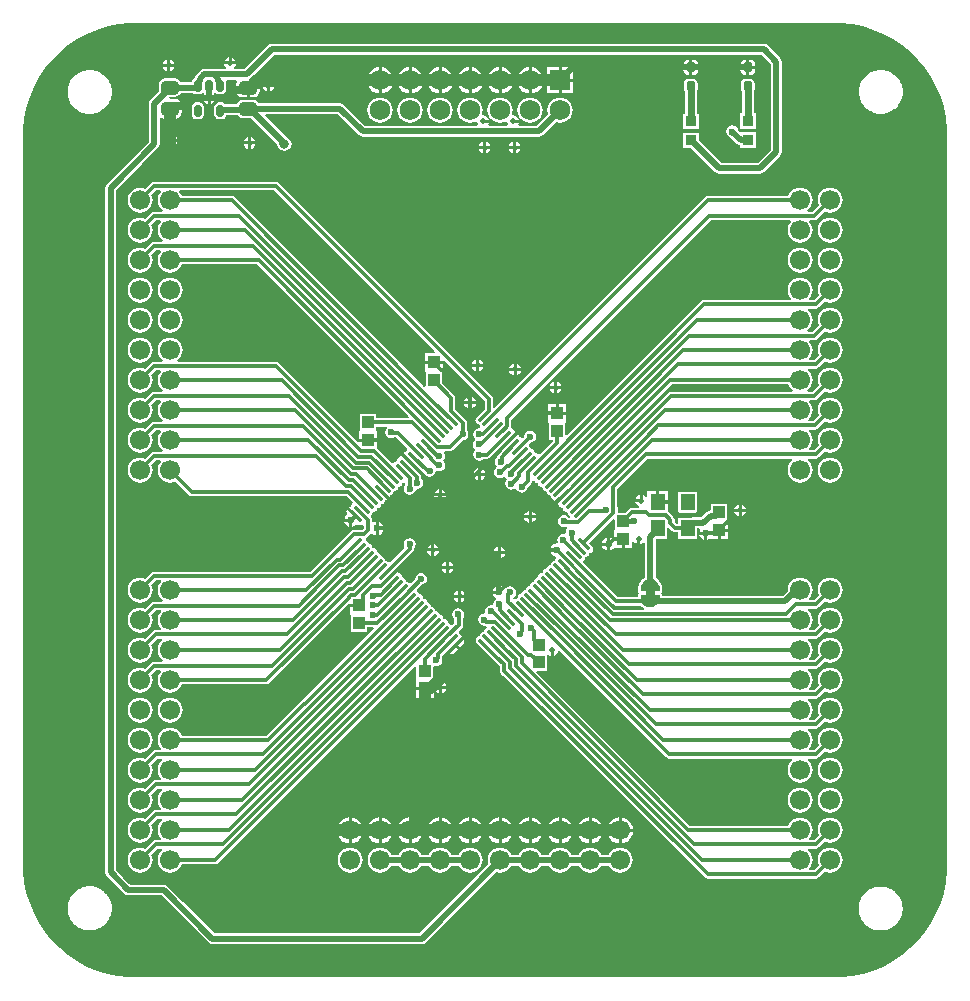
<source format=gtl>
G04*
G04 #@! TF.GenerationSoftware,Altium Limited,Altium Designer,21.0.8 (223)*
G04*
G04 Layer_Physical_Order=1*
G04 Layer_Color=255*
%FSLAX25Y25*%
%MOIN*%
G70*
G04*
G04 #@! TF.SameCoordinates,DCFDD46B-96D2-4464-8150-C36015641F01*
G04*
G04*
G04 #@! TF.FilePolarity,Positive*
G04*
G01*
G75*
%ADD10C,0.01968*%
%ADD12C,0.02362*%
G04:AMPARAMS|DCode=15|XSize=23.62mil|YSize=39.37mil|CornerRadius=5.91mil|HoleSize=0mil|Usage=FLASHONLY|Rotation=180.000|XOffset=0mil|YOffset=0mil|HoleType=Round|Shape=RoundedRectangle|*
%AMROUNDEDRECTD15*
21,1,0.02362,0.02756,0,0,180.0*
21,1,0.01181,0.03937,0,0,180.0*
1,1,0.01181,-0.00591,0.01378*
1,1,0.01181,0.00591,0.01378*
1,1,0.01181,0.00591,-0.01378*
1,1,0.01181,-0.00591,-0.01378*
%
%ADD15ROUNDEDRECTD15*%
%ADD16R,0.04724X0.05512*%
G04:AMPARAMS|DCode=17|XSize=45.28mil|YSize=57.09mil|CornerRadius=11.32mil|HoleSize=0mil|Usage=FLASHONLY|Rotation=270.000|XOffset=0mil|YOffset=0mil|HoleType=Round|Shape=RoundedRectangle|*
%AMROUNDEDRECTD17*
21,1,0.04528,0.03445,0,0,270.0*
21,1,0.02264,0.05709,0,0,270.0*
1,1,0.02264,-0.01722,-0.01132*
1,1,0.02264,-0.01722,0.01132*
1,1,0.02264,0.01722,0.01132*
1,1,0.02264,0.01722,-0.01132*
%
%ADD17ROUNDEDRECTD17*%
%ADD18R,0.03937X0.04134*%
G04:AMPARAMS|DCode=19|XSize=11.81mil|YSize=55.12mil|CornerRadius=0mil|HoleSize=0mil|Usage=FLASHONLY|Rotation=225.000|XOffset=0mil|YOffset=0mil|HoleType=Round|Shape=Round|*
%AMOVALD19*
21,1,0.04331,0.01181,0.00000,0.00000,315.0*
1,1,0.01181,-0.01531,0.01531*
1,1,0.01181,0.01531,-0.01531*
%
%ADD19OVALD19*%

G04:AMPARAMS|DCode=20|XSize=11.81mil|YSize=55.12mil|CornerRadius=0mil|HoleSize=0mil|Usage=FLASHONLY|Rotation=135.000|XOffset=0mil|YOffset=0mil|HoleType=Round|Shape=Round|*
%AMOVALD20*
21,1,0.04331,0.01181,0.00000,0.00000,225.0*
1,1,0.01181,0.01531,0.01531*
1,1,0.01181,-0.01531,-0.01531*
%
%ADD20OVALD20*%

G04:AMPARAMS|DCode=21|XSize=31.5mil|YSize=29.53mil|CornerRadius=7.38mil|HoleSize=0mil|Usage=FLASHONLY|Rotation=270.000|XOffset=0mil|YOffset=0mil|HoleType=Round|Shape=RoundedRectangle|*
%AMROUNDEDRECTD21*
21,1,0.03150,0.01476,0,0,270.0*
21,1,0.01673,0.02953,0,0,270.0*
1,1,0.01476,-0.00738,-0.00837*
1,1,0.01476,-0.00738,0.00837*
1,1,0.01476,0.00738,0.00837*
1,1,0.01476,0.00738,-0.00837*
%
%ADD21ROUNDEDRECTD21*%
%ADD22R,0.03740X0.03543*%
%ADD34C,0.03937*%
%ADD35C,0.03937*%
%ADD36C,0.01181*%
%ADD37C,0.01575*%
%ADD38C,0.06800*%
%ADD39R,0.06800X0.06800*%
%ADD40C,0.06693*%
%ADD41C,0.01968*%
%ADD42C,0.02362*%
%ADD43C,0.03150*%
G36*
X277401Y318624D02*
X280968Y317914D01*
X284449Y316859D01*
X287809Y315467D01*
X291017Y313752D01*
X294041Y311732D01*
X296852Y309424D01*
X299424Y306853D01*
X301732Y304041D01*
X303752Y301017D01*
X305467Y297809D01*
X306859Y294449D01*
X307914Y290968D01*
X308624Y287401D01*
X308980Y283782D01*
X308980Y281963D01*
X308980Y38145D01*
X308980Y36321D01*
X308623Y32691D01*
X307911Y29113D01*
X306852Y25622D01*
X305456Y22252D01*
X303737Y19036D01*
X301710Y16003D01*
X299396Y13183D01*
X296817Y10604D01*
X293997Y8290D01*
X290965Y6263D01*
X287748Y4543D01*
X284378Y3148D01*
X280887Y2089D01*
X277309Y1377D01*
X273679Y1020D01*
X271855Y1020D01*
X38240D01*
X36411Y1020D01*
X32772Y1378D01*
X29185Y2091D01*
X25686Y3153D01*
X22307Y4552D01*
X19082Y6276D01*
X16041Y8308D01*
X13214Y10628D01*
X10628Y13214D01*
X8308Y16041D01*
X6276Y19082D01*
X4552Y22307D01*
X3153Y25686D01*
X2091Y29185D01*
X1378Y32772D01*
X1020Y36411D01*
X1020Y38240D01*
X1020Y281760D01*
Y283589D01*
X1378Y287228D01*
X2091Y290815D01*
X3153Y294314D01*
X4552Y297693D01*
X6276Y300918D01*
X8308Y303959D01*
X10628Y306786D01*
X13214Y309372D01*
X16041Y311692D01*
X19082Y313723D01*
X22307Y315447D01*
X25686Y316847D01*
X29185Y317909D01*
X32772Y318622D01*
X36411Y318980D01*
X38240Y318980D01*
X271963Y318981D01*
X273782Y318981D01*
X277401Y318624D01*
D02*
G37*
%LPC*%
G36*
X70500Y307698D02*
Y306274D01*
X71924D01*
X71869Y306548D01*
X71431Y307205D01*
X70774Y307643D01*
X70500Y307698D01*
D02*
G37*
G36*
X69500D02*
X69226Y307643D01*
X68569Y307205D01*
X68131Y306548D01*
X68076Y306274D01*
X69500D01*
Y307698D01*
D02*
G37*
G36*
X50000Y306924D02*
Y305500D01*
X51424D01*
X51369Y305774D01*
X50931Y306431D01*
X50274Y306869D01*
X50000Y306924D01*
D02*
G37*
G36*
X49000D02*
X48726Y306869D01*
X48069Y306431D01*
X47631Y305774D01*
X47576Y305500D01*
X49000D01*
Y306924D01*
D02*
G37*
G36*
X243338Y306882D02*
X243100D01*
Y304773D01*
X245111D01*
Y305110D01*
X244976Y305788D01*
X244591Y306363D01*
X244017Y306748D01*
X243338Y306882D01*
D02*
G37*
G36*
X224338D02*
X224100D01*
Y304773D01*
X226111D01*
Y305110D01*
X225976Y305788D01*
X225591Y306363D01*
X225016Y306748D01*
X224338Y306882D01*
D02*
G37*
G36*
X242100D02*
X241862D01*
X241184Y306748D01*
X240609Y306363D01*
X240225Y305788D01*
X240090Y305110D01*
Y304773D01*
X242100D01*
Y306882D01*
D02*
G37*
G36*
X223100D02*
X222862D01*
X222184Y306748D01*
X221609Y306363D01*
X221224Y305788D01*
X221090Y305110D01*
Y304773D01*
X223100D01*
Y306882D01*
D02*
G37*
G36*
X51424Y304500D02*
X50000D01*
Y303076D01*
X50274Y303131D01*
X50931Y303569D01*
X51369Y304226D01*
X51424Y304500D01*
D02*
G37*
G36*
X49000D02*
X47576D01*
X47631Y304226D01*
X48069Y303569D01*
X48726Y303131D01*
X49000Y303076D01*
Y304500D01*
D02*
G37*
G36*
X245111Y303773D02*
X243100D01*
Y301665D01*
X243338D01*
X244017Y301800D01*
X244591Y302184D01*
X244976Y302759D01*
X245111Y303437D01*
Y303773D01*
D02*
G37*
G36*
X242100D02*
X240090D01*
Y303437D01*
X240225Y302759D01*
X240609Y302184D01*
X241184Y301800D01*
X241862Y301665D01*
X242100D01*
Y303773D01*
D02*
G37*
G36*
X226111D02*
X224100D01*
Y301665D01*
X224338D01*
X225016Y301800D01*
X225591Y302184D01*
X225976Y302759D01*
X226111Y303437D01*
Y303773D01*
D02*
G37*
G36*
X223100D02*
X221090D01*
Y303437D01*
X221224Y302759D01*
X221609Y302184D01*
X222184Y301800D01*
X222862Y301665D01*
X223100D01*
Y303773D01*
D02*
G37*
G36*
X184400Y304400D02*
X180500D01*
Y300500D01*
X184400D01*
Y304400D01*
D02*
G37*
G36*
X170500Y304372D02*
Y300500D01*
X174372D01*
X174287Y301149D01*
X173843Y302219D01*
X173138Y303138D01*
X172219Y303843D01*
X171149Y304287D01*
X170500Y304372D01*
D02*
G37*
G36*
X160500D02*
Y300500D01*
X164372D01*
X164287Y301149D01*
X163843Y302219D01*
X163138Y303138D01*
X162219Y303843D01*
X161149Y304287D01*
X160500Y304372D01*
D02*
G37*
G36*
X150500D02*
Y300500D01*
X154372D01*
X154287Y301149D01*
X153843Y302219D01*
X153138Y303138D01*
X152219Y303843D01*
X151149Y304287D01*
X150500Y304372D01*
D02*
G37*
G36*
X140500D02*
Y300500D01*
X144372D01*
X144287Y301149D01*
X143843Y302219D01*
X143138Y303138D01*
X142219Y303843D01*
X141149Y304287D01*
X140500Y304372D01*
D02*
G37*
G36*
X130500D02*
Y300500D01*
X134372D01*
X134287Y301149D01*
X133843Y302219D01*
X133138Y303138D01*
X132219Y303843D01*
X131149Y304287D01*
X130500Y304372D01*
D02*
G37*
G36*
X120500D02*
Y300500D01*
X124372D01*
X124287Y301149D01*
X123843Y302219D01*
X123138Y303138D01*
X122219Y303843D01*
X121149Y304287D01*
X120500Y304372D01*
D02*
G37*
G36*
X169500D02*
X168851Y304287D01*
X167781Y303843D01*
X166862Y303138D01*
X166157Y302219D01*
X165713Y301149D01*
X165628Y300500D01*
X169500D01*
Y304372D01*
D02*
G37*
G36*
X159500D02*
X158851Y304287D01*
X157781Y303843D01*
X156862Y303138D01*
X156157Y302219D01*
X155713Y301149D01*
X155628Y300500D01*
X159500D01*
Y304372D01*
D02*
G37*
G36*
X149500D02*
X148851Y304287D01*
X147781Y303843D01*
X146862Y303138D01*
X146157Y302219D01*
X145713Y301149D01*
X145628Y300500D01*
X149500D01*
Y304372D01*
D02*
G37*
G36*
X139500D02*
X138851Y304287D01*
X137781Y303843D01*
X136862Y303138D01*
X136157Y302219D01*
X135713Y301149D01*
X135628Y300500D01*
X139500D01*
Y304372D01*
D02*
G37*
G36*
X129500D02*
X128851Y304287D01*
X127781Y303843D01*
X126862Y303138D01*
X126157Y302219D01*
X125713Y301149D01*
X125628Y300500D01*
X129500D01*
Y304372D01*
D02*
G37*
G36*
X119500D02*
X118851Y304287D01*
X117781Y303843D01*
X116862Y303138D01*
X116157Y302219D01*
X115713Y301149D01*
X115628Y300500D01*
X119500D01*
Y304372D01*
D02*
G37*
G36*
X179500Y304400D02*
X175600D01*
Y300500D01*
X179500D01*
Y304400D01*
D02*
G37*
G36*
X83281Y300097D02*
Y298673D01*
X84704D01*
X84650Y298947D01*
X84211Y299604D01*
X83555Y300042D01*
X83281Y300097D01*
D02*
G37*
G36*
X82281D02*
X82006Y300042D01*
X81350Y299604D01*
X80911Y298947D01*
X80857Y298673D01*
X82281D01*
Y300097D01*
D02*
G37*
G36*
X84704Y297673D02*
X83281D01*
Y296250D01*
X83555Y296304D01*
X84211Y296743D01*
X84650Y297399D01*
X84704Y297673D01*
D02*
G37*
G36*
X82281D02*
X80857D01*
X80911Y297399D01*
X81350Y296743D01*
X82006Y296304D01*
X82281Y296250D01*
Y297673D01*
D02*
G37*
G36*
X174372Y299500D02*
X170500D01*
Y295628D01*
X171149Y295713D01*
X172219Y296157D01*
X173138Y296862D01*
X173843Y297781D01*
X174287Y298851D01*
X174372Y299500D01*
D02*
G37*
G36*
X164372D02*
X160500D01*
Y295628D01*
X161149Y295713D01*
X162219Y296157D01*
X163138Y296862D01*
X163843Y297781D01*
X164287Y298851D01*
X164372Y299500D01*
D02*
G37*
G36*
X154372D02*
X150500D01*
Y295628D01*
X151149Y295713D01*
X152219Y296157D01*
X153138Y296862D01*
X153843Y297781D01*
X154287Y298851D01*
X154372Y299500D01*
D02*
G37*
G36*
X144372D02*
X140500D01*
Y295628D01*
X141149Y295713D01*
X142219Y296157D01*
X143138Y296862D01*
X143843Y297781D01*
X144287Y298851D01*
X144372Y299500D01*
D02*
G37*
G36*
X134372D02*
X130500D01*
Y295628D01*
X131149Y295713D01*
X132219Y296157D01*
X133138Y296862D01*
X133843Y297781D01*
X134287Y298851D01*
X134372Y299500D01*
D02*
G37*
G36*
X124372D02*
X120500D01*
Y295628D01*
X121149Y295713D01*
X122219Y296157D01*
X123138Y296862D01*
X123843Y297781D01*
X124287Y298851D01*
X124372Y299500D01*
D02*
G37*
G36*
X169500D02*
X165628D01*
X165713Y298851D01*
X166157Y297781D01*
X166862Y296862D01*
X167781Y296157D01*
X168851Y295713D01*
X169500Y295628D01*
Y299500D01*
D02*
G37*
G36*
X159500D02*
X155628D01*
X155713Y298851D01*
X156157Y297781D01*
X156862Y296862D01*
X157781Y296157D01*
X158851Y295713D01*
X159500Y295628D01*
Y299500D01*
D02*
G37*
G36*
X129500D02*
X125628D01*
X125713Y298851D01*
X126157Y297781D01*
X126862Y296862D01*
X127781Y296157D01*
X128851Y295713D01*
X129500Y295628D01*
Y299500D01*
D02*
G37*
G36*
X119500D02*
X115628D01*
X115713Y298851D01*
X116157Y297781D01*
X116862Y296862D01*
X117781Y296157D01*
X118851Y295713D01*
X119500Y295628D01*
Y299500D01*
D02*
G37*
G36*
X149500D02*
X145628D01*
X145713Y298851D01*
X146157Y297781D01*
X146862Y296862D01*
X147781Y296157D01*
X148851Y295713D01*
X149500Y295628D01*
Y299500D01*
D02*
G37*
G36*
X139500D02*
X135628D01*
X135713Y298851D01*
X136157Y297781D01*
X136862Y296862D01*
X137781Y296157D01*
X138851Y295713D01*
X139500Y295628D01*
Y299500D01*
D02*
G37*
G36*
X184400D02*
X180500D01*
Y295600D01*
X184400D01*
Y299500D01*
D02*
G37*
G36*
X179500D02*
X175600D01*
Y295600D01*
X179500D01*
Y299500D01*
D02*
G37*
G36*
X79896Y297043D02*
X76500D01*
Y294238D01*
X77722D01*
X78554Y294403D01*
X79260Y294874D01*
X79731Y295580D01*
X79896Y296411D01*
Y297043D01*
D02*
G37*
G36*
X75500D02*
X72104D01*
Y296411D01*
X72269Y295580D01*
X72741Y294874D01*
X73446Y294403D01*
X74278Y294238D01*
X75500D01*
Y297043D01*
D02*
G37*
G36*
X64924Y293500D02*
X63500D01*
Y292076D01*
X63774Y292131D01*
X64431Y292569D01*
X64869Y293226D01*
X64924Y293500D01*
D02*
G37*
G36*
X62500D02*
X61076D01*
X61131Y293226D01*
X61569Y292569D01*
X62226Y292131D01*
X62500Y292076D01*
Y293500D01*
D02*
G37*
G36*
X287520Y303474D02*
X286280D01*
X286181Y303454D01*
X286081D01*
X284864Y303212D01*
X284771Y303173D01*
X284672Y303154D01*
X283526Y302679D01*
X283442Y302623D01*
X283350Y302585D01*
X282318Y301895D01*
X282247Y301824D01*
X282164Y301769D01*
X281286Y300891D01*
X281230Y300808D01*
X281159Y300737D01*
X280470Y299705D01*
X280432Y299612D01*
X280376Y299529D01*
X279901Y298382D01*
X279881Y298284D01*
X279843Y298191D01*
X279601Y296974D01*
Y296874D01*
X279581Y296775D01*
Y295534D01*
X279601Y295436D01*
Y295336D01*
X279843Y294118D01*
X279881Y294026D01*
X279901Y293927D01*
X280376Y292781D01*
X280432Y292697D01*
X280470Y292605D01*
X281159Y291573D01*
X281230Y291502D01*
X281286Y291418D01*
X282164Y290541D01*
X282247Y290485D01*
X282318Y290414D01*
X283350Y289725D01*
X283442Y289686D01*
X283526Y289631D01*
X284672Y289156D01*
X284771Y289136D01*
X284864Y289098D01*
X286081Y288856D01*
X286181D01*
X286280Y288836D01*
X287520D01*
X287619Y288856D01*
X287719D01*
X288936Y289098D01*
X289029Y289136D01*
X289128Y289156D01*
X290274Y289631D01*
X290357Y289686D01*
X290450Y289725D01*
X291482Y290414D01*
X291553Y290485D01*
X291636Y290541D01*
X292514Y291418D01*
X292570Y291502D01*
X292641Y291573D01*
X293330Y292605D01*
X293369Y292697D01*
X293424Y292781D01*
X293899Y293927D01*
X293919Y294026D01*
X293957Y294118D01*
X294199Y295336D01*
Y295436D01*
X294219Y295534D01*
Y296775D01*
X294199Y296874D01*
Y296974D01*
X293957Y298191D01*
X293919Y298284D01*
X293899Y298382D01*
X293424Y299529D01*
X293369Y299612D01*
X293330Y299705D01*
X292641Y300737D01*
X292570Y300808D01*
X292514Y300891D01*
X291636Y301769D01*
X291553Y301824D01*
X291482Y301895D01*
X290450Y302585D01*
X290357Y302623D01*
X290274Y302679D01*
X289128Y303154D01*
X289029Y303173D01*
X288936Y303212D01*
X287719Y303454D01*
X287619D01*
X287520Y303474D01*
D02*
G37*
G36*
X23820Y303370D02*
X22580D01*
X22481Y303351D01*
X22381D01*
X21164Y303109D01*
X21071Y303070D01*
X20972Y303051D01*
X19826Y302576D01*
X19742Y302520D01*
X19650Y302482D01*
X18618Y301792D01*
X18547Y301721D01*
X18463Y301665D01*
X17586Y300788D01*
X17530Y300705D01*
X17459Y300634D01*
X16770Y299602D01*
X16732Y299509D01*
X16676Y299426D01*
X16201Y298279D01*
X16181Y298181D01*
X16143Y298088D01*
X15901Y296871D01*
Y296771D01*
X15881Y296672D01*
Y295431D01*
X15901Y295333D01*
Y295232D01*
X16143Y294015D01*
X16181Y293922D01*
X16201Y293824D01*
X16676Y292678D01*
X16732Y292594D01*
X16770Y292501D01*
X17459Y291470D01*
X17530Y291399D01*
X17586Y291315D01*
X18463Y290438D01*
X18547Y290382D01*
X18618Y290311D01*
X19650Y289622D01*
X19742Y289583D01*
X19826Y289527D01*
X20972Y289053D01*
X21071Y289033D01*
X21164Y288995D01*
X22381Y288752D01*
X22481D01*
X22580Y288733D01*
X23820D01*
X23919Y288752D01*
X24019D01*
X25236Y288995D01*
X25329Y289033D01*
X25428Y289053D01*
X26574Y289527D01*
X26658Y289583D01*
X26750Y289622D01*
X27782Y290311D01*
X27853Y290382D01*
X27937Y290438D01*
X28814Y291315D01*
X28870Y291399D01*
X28941Y291470D01*
X29630Y292501D01*
X29669Y292594D01*
X29724Y292678D01*
X30199Y293824D01*
X30219Y293922D01*
X30257Y294015D01*
X30499Y295232D01*
Y295333D01*
X30519Y295431D01*
Y296672D01*
X30499Y296771D01*
Y296871D01*
X30257Y298088D01*
X30219Y298181D01*
X30199Y298279D01*
X29724Y299426D01*
X29669Y299509D01*
X29630Y299602D01*
X28941Y300634D01*
X28870Y300705D01*
X28814Y300788D01*
X27937Y301665D01*
X27853Y301721D01*
X27782Y301792D01*
X26750Y302482D01*
X26658Y302520D01*
X26574Y302576D01*
X25428Y303051D01*
X25329Y303070D01*
X25236Y303109D01*
X24019Y303351D01*
X23919D01*
X23820Y303370D01*
D02*
G37*
G36*
X53896Y289957D02*
X50500D01*
Y287151D01*
X51722D01*
X52554Y287317D01*
X53259Y287788D01*
X53731Y288493D01*
X53896Y289325D01*
Y289957D01*
D02*
G37*
G36*
X59850Y292610D02*
X58669D01*
X58132Y292503D01*
X57676Y292198D01*
X57371Y291742D01*
X57264Y291205D01*
Y288449D01*
X57371Y287911D01*
X57676Y287455D01*
X58132Y287151D01*
X58669Y287044D01*
X59850D01*
X60388Y287151D01*
X60844Y287455D01*
X61148Y287911D01*
X61255Y288449D01*
Y291205D01*
X61148Y291742D01*
X60844Y292198D01*
X60388Y292503D01*
X59850Y292610D01*
D02*
G37*
G36*
X170000Y294223D02*
X168907Y294080D01*
X167888Y293658D01*
X167014Y292986D01*
X166342Y292112D01*
X165920Y291093D01*
X165777Y290000D01*
X165920Y288907D01*
X166342Y287888D01*
X167014Y287014D01*
X167888Y286342D01*
X168907Y285920D01*
X170000Y285776D01*
X171093Y285920D01*
X172112Y286342D01*
X172986Y287014D01*
X173658Y287888D01*
X174080Y288907D01*
X174223Y290000D01*
X174080Y291093D01*
X173658Y292112D01*
X172986Y292986D01*
X172112Y293658D01*
X171093Y294080D01*
X170000Y294223D01*
D02*
G37*
G36*
X140000D02*
X138907Y294080D01*
X137888Y293658D01*
X137013Y292986D01*
X136342Y292112D01*
X135920Y291093D01*
X135776Y290000D01*
X135920Y288907D01*
X136342Y287888D01*
X137013Y287014D01*
X137888Y286342D01*
X138907Y285920D01*
X140000Y285776D01*
X141093Y285920D01*
X142112Y286342D01*
X142987Y287014D01*
X143658Y287888D01*
X144080Y288907D01*
X144223Y290000D01*
X144080Y291093D01*
X143658Y292112D01*
X142987Y292986D01*
X142112Y293658D01*
X141093Y294080D01*
X140000Y294223D01*
D02*
G37*
G36*
X130000D02*
X128907Y294080D01*
X127888Y293658D01*
X127014Y292986D01*
X126342Y292112D01*
X125920Y291093D01*
X125777Y290000D01*
X125920Y288907D01*
X126342Y287888D01*
X127014Y287014D01*
X127888Y286342D01*
X128907Y285920D01*
X130000Y285776D01*
X131093Y285920D01*
X132112Y286342D01*
X132986Y287014D01*
X133658Y287888D01*
X134080Y288907D01*
X134223Y290000D01*
X134080Y291093D01*
X133658Y292112D01*
X132986Y292986D01*
X132112Y293658D01*
X131093Y294080D01*
X130000Y294223D01*
D02*
G37*
G36*
X120000D02*
X118907Y294080D01*
X117888Y293658D01*
X117014Y292986D01*
X116342Y292112D01*
X115920Y291093D01*
X115777Y290000D01*
X115920Y288907D01*
X116342Y287888D01*
X117014Y287014D01*
X117888Y286342D01*
X118907Y285920D01*
X120000Y285776D01*
X121093Y285920D01*
X122112Y286342D01*
X122986Y287014D01*
X123658Y287888D01*
X124080Y288907D01*
X124223Y290000D01*
X124080Y291093D01*
X123658Y292112D01*
X122986Y292986D01*
X122112Y293658D01*
X121093Y294080D01*
X120000Y294223D01*
D02*
G37*
G36*
X180000D02*
X178907Y294080D01*
X177888Y293658D01*
X177014Y292986D01*
X176342Y292112D01*
X175920Y291093D01*
X175777Y290000D01*
X175920Y288907D01*
X176047Y288601D01*
X172252Y284806D01*
X166334D01*
X166066Y285306D01*
X166241Y285568D01*
X166296Y285842D01*
X164372D01*
Y286842D01*
X166296D01*
X166241Y287117D01*
X165803Y287773D01*
X165146Y288211D01*
X164395Y288361D01*
X164311Y288389D01*
X164029Y288786D01*
X164080Y288907D01*
X164224Y290000D01*
X164080Y291093D01*
X163658Y292112D01*
X162987Y292986D01*
X162112Y293658D01*
X161093Y294080D01*
X160000Y294223D01*
X158907Y294080D01*
X157888Y293658D01*
X157013Y292986D01*
X156342Y292112D01*
X155920Y291093D01*
X155777Y290000D01*
X155920Y288907D01*
X156342Y287888D01*
X157013Y287014D01*
X157888Y286342D01*
X158907Y285920D01*
X160000Y285776D01*
X161093Y285920D01*
X161860Y286238D01*
X162379Y286012D01*
X162426Y285953D01*
X162503Y285568D01*
X162678Y285306D01*
X162411Y284806D01*
X156334D01*
X156066Y285306D01*
X156241Y285568D01*
X156296Y285842D01*
X154372D01*
Y286842D01*
X156296D01*
X156241Y287117D01*
X155803Y287773D01*
X155146Y288211D01*
X154395Y288361D01*
X154311Y288389D01*
X154029Y288786D01*
X154080Y288907D01*
X154224Y290000D01*
X154080Y291093D01*
X153658Y292112D01*
X152987Y292986D01*
X152112Y293658D01*
X151093Y294080D01*
X150000Y294223D01*
X148907Y294080D01*
X147888Y293658D01*
X147013Y292986D01*
X146342Y292112D01*
X145920Y291093D01*
X145776Y290000D01*
X145920Y288907D01*
X146342Y287888D01*
X147013Y287014D01*
X147888Y286342D01*
X148907Y285920D01*
X150000Y285776D01*
X151093Y285920D01*
X151860Y286238D01*
X152379Y286012D01*
X152426Y285953D01*
X152503Y285568D01*
X152678Y285306D01*
X152411Y284806D01*
X115006D01*
X108078Y291734D01*
X107492Y292126D01*
X106801Y292263D01*
X79545D01*
X79530Y292337D01*
X79106Y292972D01*
X78471Y293396D01*
X77722Y293546D01*
X74278D01*
X73529Y293396D01*
X72894Y292972D01*
X72470Y292337D01*
X72392Y291948D01*
X68491D01*
X68324Y292198D01*
X67868Y292503D01*
X67331Y292610D01*
X66150D01*
X65612Y292503D01*
X65156Y292198D01*
X64852Y291742D01*
X64745Y291205D01*
Y288449D01*
X64852Y287911D01*
X65156Y287455D01*
X65612Y287151D01*
X66150Y287044D01*
X67331D01*
X67868Y287151D01*
X68324Y287455D01*
X68629Y287911D01*
X68713Y288335D01*
X72630D01*
X72894Y287941D01*
X73529Y287517D01*
X74278Y287368D01*
X76841D01*
X85762Y278447D01*
X85875Y277878D01*
X86397Y277097D01*
X87178Y276575D01*
X88100Y276392D01*
X89022Y276575D01*
X89803Y277097D01*
X90325Y277878D01*
X90509Y278800D01*
X90325Y279722D01*
X89803Y280503D01*
X89022Y281025D01*
X88820Y281065D01*
X81697Y288188D01*
X81889Y288650D01*
X106053D01*
X112980Y281723D01*
X113567Y281331D01*
X114258Y281194D01*
X173000D01*
X173691Y281331D01*
X174277Y281723D01*
X178602Y286047D01*
X178907Y285920D01*
X180000Y285776D01*
X181093Y285920D01*
X182112Y286342D01*
X182986Y287014D01*
X183658Y287888D01*
X184080Y288907D01*
X184223Y290000D01*
X184080Y291093D01*
X183658Y292112D01*
X182986Y292986D01*
X182112Y293658D01*
X181093Y294080D01*
X180000Y294223D01*
D02*
G37*
G36*
X243338Y300366D02*
X241862D01*
X241267Y300248D01*
X240762Y299911D01*
X240425Y299406D01*
X240306Y298811D01*
Y297138D01*
X240425Y296542D01*
X240593Y296291D01*
Y288982D01*
X239943D01*
Y283864D01*
X245258D01*
Y288982D01*
X244607D01*
Y296291D01*
X244775Y296542D01*
X244894Y297138D01*
Y298811D01*
X244775Y299406D01*
X244438Y299911D01*
X243934Y300248D01*
X243338Y300366D01*
D02*
G37*
G36*
X224338D02*
X222862D01*
X222267Y300248D01*
X221762Y299911D01*
X221425Y299406D01*
X221306Y298811D01*
Y297138D01*
X221425Y296542D01*
X221593Y296291D01*
Y288833D01*
X220943D01*
Y283715D01*
X226258D01*
Y288833D01*
X225607D01*
Y296291D01*
X225775Y296542D01*
X225894Y297138D01*
Y298811D01*
X225775Y299406D01*
X225438Y299911D01*
X224934Y300248D01*
X224338Y300366D01*
D02*
G37*
G36*
X51000Y281924D02*
Y280500D01*
X52424D01*
X52369Y280774D01*
X51931Y281431D01*
X51274Y281869D01*
X51000Y281924D01*
D02*
G37*
G36*
X50000D02*
X49726Y281869D01*
X49069Y281431D01*
X48631Y280774D01*
X48576Y280500D01*
X50000D01*
Y281924D01*
D02*
G37*
G36*
X77000Y281024D02*
Y279600D01*
X78424D01*
X78369Y279874D01*
X77931Y280531D01*
X77274Y280969D01*
X77000Y281024D01*
D02*
G37*
G36*
X76000D02*
X75726Y280969D01*
X75069Y280531D01*
X74631Y279874D01*
X74576Y279600D01*
X76000D01*
Y281024D01*
D02*
G37*
G36*
X52424Y279500D02*
X51000D01*
Y278076D01*
X51274Y278131D01*
X51931Y278569D01*
X52369Y279226D01*
X52424Y279500D01*
D02*
G37*
G36*
X50000D02*
X48576D01*
X48631Y279226D01*
X49069Y278569D01*
X49726Y278131D01*
X50000Y278076D01*
Y279500D01*
D02*
G37*
G36*
X165372Y279424D02*
Y278000D01*
X166796D01*
X166741Y278274D01*
X166303Y278931D01*
X165646Y279369D01*
X165372Y279424D01*
D02*
G37*
G36*
X164372D02*
X164098Y279369D01*
X163442Y278931D01*
X163003Y278274D01*
X162949Y278000D01*
X164372D01*
Y279424D01*
D02*
G37*
G36*
X155372D02*
Y278000D01*
X156796D01*
X156741Y278274D01*
X156303Y278931D01*
X155646Y279369D01*
X155372Y279424D01*
D02*
G37*
G36*
X154372D02*
X154098Y279369D01*
X153442Y278931D01*
X153003Y278274D01*
X152948Y278000D01*
X154372D01*
Y279424D01*
D02*
G37*
G36*
X237400Y284907D02*
X236632Y284754D01*
X235981Y284319D01*
X235546Y283668D01*
X235393Y282900D01*
X235546Y282132D01*
X235981Y281481D01*
X236632Y281046D01*
X236684Y281035D01*
X239023Y278697D01*
X239609Y278306D01*
X239943Y278239D01*
Y277565D01*
X245258D01*
Y282683D01*
X240146D01*
X239278Y283551D01*
X239254Y283668D01*
X238819Y284319D01*
X238168Y284754D01*
X237400Y284907D01*
D02*
G37*
G36*
X78424Y278600D02*
X77000D01*
Y277176D01*
X77274Y277231D01*
X77931Y277669D01*
X78369Y278326D01*
X78424Y278600D01*
D02*
G37*
G36*
X76000D02*
X74576D01*
X74631Y278326D01*
X75069Y277669D01*
X75726Y277231D01*
X76000Y277176D01*
Y278600D01*
D02*
G37*
G36*
X166796Y277000D02*
X165372D01*
Y275576D01*
X165646Y275631D01*
X166303Y276069D01*
X166741Y276726D01*
X166796Y277000D01*
D02*
G37*
G36*
X164372D02*
X162949D01*
X163003Y276726D01*
X163442Y276069D01*
X164098Y275631D01*
X164372Y275576D01*
Y277000D01*
D02*
G37*
G36*
X156796D02*
X155372D01*
Y275576D01*
X155646Y275631D01*
X156303Y276069D01*
X156741Y276726D01*
X156796Y277000D01*
D02*
G37*
G36*
X154372D02*
X152948D01*
X153003Y276726D01*
X153442Y276069D01*
X154098Y275631D01*
X154372Y275576D01*
Y277000D01*
D02*
G37*
G36*
X248000Y312106D02*
X84058D01*
X83367Y311969D01*
X82781Y311577D01*
X74923Y303720D01*
X71397D01*
X71245Y304220D01*
X71431Y304344D01*
X71869Y305000D01*
X71924Y305274D01*
X68076D01*
X68131Y305000D01*
X68569Y304344D01*
X68755Y304220D01*
X68603Y303720D01*
X61431D01*
X60740Y303582D01*
X60154Y303191D01*
X58770Y301807D01*
X58378Y301221D01*
X58312Y300885D01*
X58132Y300849D01*
X57676Y300545D01*
X57371Y300089D01*
X57264Y299551D01*
Y299350D01*
X53545D01*
X53530Y299424D01*
X53106Y300059D01*
X52471Y300483D01*
X51722Y300632D01*
X48278D01*
X47529Y300483D01*
X46894Y300059D01*
X46470Y299424D01*
X46321Y298675D01*
Y296411D01*
X46340Y296312D01*
X43423Y293394D01*
X43031Y292809D01*
X42894Y292117D01*
Y279368D01*
X28880Y265354D01*
X28489Y264768D01*
X28351Y264077D01*
Y35923D01*
X28489Y35232D01*
X28880Y34646D01*
X34646Y28880D01*
X35232Y28489D01*
X35923Y28351D01*
X47121D01*
X62849Y12623D01*
X63436Y12231D01*
X64127Y12094D01*
X133900D01*
X134591Y12231D01*
X135177Y12623D01*
X158642Y36088D01*
X158921Y35973D01*
X160000Y35831D01*
X161079Y35973D01*
X162085Y36389D01*
X162948Y37052D01*
X163611Y37915D01*
X163726Y38194D01*
X166274D01*
X166389Y37915D01*
X167052Y37052D01*
X167915Y36389D01*
X168921Y35973D01*
X170000Y35831D01*
X171079Y35973D01*
X172085Y36389D01*
X172948Y37052D01*
X173611Y37915D01*
X173726Y38194D01*
X176274D01*
X176389Y37915D01*
X177052Y37052D01*
X177915Y36389D01*
X178921Y35973D01*
X180000Y35831D01*
X181079Y35973D01*
X182085Y36389D01*
X182948Y37052D01*
X183611Y37915D01*
X183726Y38194D01*
X186274D01*
X186389Y37915D01*
X187052Y37052D01*
X187915Y36389D01*
X188921Y35973D01*
X190000Y35831D01*
X191079Y35973D01*
X192085Y36389D01*
X192948Y37052D01*
X193611Y37915D01*
X193726Y38194D01*
X196274D01*
X196389Y37915D01*
X197052Y37052D01*
X197915Y36389D01*
X198921Y35973D01*
X200000Y35831D01*
X201079Y35973D01*
X202085Y36389D01*
X202948Y37052D01*
X203611Y37915D01*
X204027Y38921D01*
X204170Y40000D01*
X204027Y41079D01*
X203611Y42085D01*
X202948Y42948D01*
X202085Y43611D01*
X201079Y44027D01*
X200000Y44170D01*
X198921Y44027D01*
X197915Y43611D01*
X197052Y42948D01*
X196389Y42085D01*
X196274Y41806D01*
X193726D01*
X193611Y42085D01*
X192948Y42948D01*
X192085Y43611D01*
X191079Y44027D01*
X190000Y44170D01*
X188921Y44027D01*
X187915Y43611D01*
X187052Y42948D01*
X186389Y42085D01*
X186274Y41806D01*
X183726D01*
X183611Y42085D01*
X182948Y42948D01*
X182085Y43611D01*
X181079Y44027D01*
X180000Y44170D01*
X178921Y44027D01*
X177915Y43611D01*
X177052Y42948D01*
X176389Y42085D01*
X176274Y41806D01*
X173726D01*
X173611Y42085D01*
X172948Y42948D01*
X172085Y43611D01*
X171079Y44027D01*
X170000Y44170D01*
X168921Y44027D01*
X167915Y43611D01*
X167052Y42948D01*
X166389Y42085D01*
X166274Y41806D01*
X163726D01*
X163611Y42085D01*
X162948Y42948D01*
X162085Y43611D01*
X161079Y44027D01*
X160000Y44170D01*
X158921Y44027D01*
X157915Y43611D01*
X157052Y42948D01*
X156389Y42085D01*
X155973Y41079D01*
X155831Y40000D01*
X155973Y38921D01*
X156088Y38642D01*
X133152Y15706D01*
X64875D01*
X49147Y31435D01*
X48561Y31826D01*
X47869Y31964D01*
X36671D01*
X31964Y36671D01*
Y263329D01*
X45977Y277342D01*
X46369Y277928D01*
X46506Y278619D01*
Y287343D01*
X47006Y287610D01*
X47446Y287317D01*
X48278Y287151D01*
X49500D01*
Y290457D01*
X50000D01*
Y290957D01*
X53896D01*
Y291589D01*
X53731Y292420D01*
X53259Y293126D01*
X52554Y293597D01*
X51722Y293762D01*
X49901D01*
X49646Y294262D01*
X49784Y294455D01*
X51722D01*
X52471Y294603D01*
X53106Y295028D01*
X53530Y295663D01*
X53545Y295737D01*
X57773D01*
X58132Y295497D01*
X58669Y295390D01*
X59850D01*
X60388Y295497D01*
X60830Y295793D01*
X61265Y295601D01*
X61298Y295024D01*
X61131Y294774D01*
X61076Y294500D01*
X64924D01*
X64869Y294774D01*
X64702Y295024D01*
X64735Y295601D01*
X65170Y295793D01*
X65612Y295497D01*
X66150Y295390D01*
X67331D01*
X67868Y295497D01*
X68324Y295802D01*
X68629Y296258D01*
X68736Y296795D01*
Y299551D01*
X68725Y299607D01*
X69135Y300107D01*
X72140D01*
X72376Y299666D01*
X72269Y299507D01*
X72104Y298675D01*
Y298043D01*
X76000D01*
X79896D01*
Y298675D01*
X79731Y299507D01*
X79260Y300212D01*
X78554Y300683D01*
X77844Y300825D01*
X77610Y301297D01*
X84806Y308494D01*
X247252D01*
X250294Y305452D01*
Y276848D01*
X245952Y272506D01*
X233721D01*
X226258Y279970D01*
Y282533D01*
X220943D01*
Y277415D01*
X223703D01*
X231696Y269423D01*
X232282Y269031D01*
X232973Y268894D01*
X246700D01*
X247391Y269031D01*
X247977Y269423D01*
X253377Y274823D01*
X253769Y275409D01*
X253906Y276100D01*
Y306200D01*
X253769Y306891D01*
X253377Y307477D01*
X249277Y311577D01*
X248691Y311969D01*
X248000Y312106D01*
D02*
G37*
G36*
X85165Y266129D02*
X44724D01*
X44187Y266022D01*
X43731Y265718D01*
X41759Y263746D01*
X41079Y264027D01*
X40000Y264170D01*
X38921Y264027D01*
X37915Y263611D01*
X37052Y262948D01*
X36389Y262085D01*
X35973Y261079D01*
X35831Y260000D01*
X35973Y258921D01*
X36389Y257915D01*
X37052Y257052D01*
X37915Y256389D01*
X38921Y255973D01*
X40000Y255831D01*
X41079Y255973D01*
X42085Y256389D01*
X42948Y257052D01*
X43611Y257915D01*
X44027Y258921D01*
X44170Y260000D01*
X44027Y261079D01*
X43746Y261759D01*
X45306Y263319D01*
X46771D01*
X46953Y262820D01*
X46389Y262085D01*
X45973Y261079D01*
X45831Y260000D01*
X45973Y258921D01*
X46389Y257915D01*
X47052Y257052D01*
X47602Y256629D01*
X47432Y256129D01*
X44724D01*
X44187Y256022D01*
X43731Y255718D01*
X41759Y253746D01*
X41079Y254027D01*
X40000Y254170D01*
X38921Y254027D01*
X37915Y253611D01*
X37052Y252948D01*
X36389Y252085D01*
X35973Y251079D01*
X35831Y250000D01*
X35973Y248921D01*
X36389Y247915D01*
X37052Y247052D01*
X37915Y246389D01*
X38921Y245973D01*
X40000Y245830D01*
X41079Y245973D01*
X42085Y246389D01*
X42948Y247052D01*
X43611Y247915D01*
X44027Y248921D01*
X44170Y250000D01*
X44027Y251079D01*
X43746Y251759D01*
X45306Y253320D01*
X46771D01*
X46953Y252819D01*
X46389Y252085D01*
X45973Y251079D01*
X45831Y250000D01*
X45973Y248921D01*
X46389Y247915D01*
X47052Y247052D01*
X47602Y246629D01*
X47432Y246129D01*
X44724D01*
X44187Y246022D01*
X43731Y245718D01*
X41759Y243746D01*
X41079Y244027D01*
X40000Y244169D01*
X38921Y244027D01*
X37915Y243611D01*
X37052Y242948D01*
X36389Y242085D01*
X35973Y241079D01*
X35831Y240000D01*
X35973Y238921D01*
X36389Y237915D01*
X37052Y237052D01*
X37915Y236389D01*
X38921Y235973D01*
X40000Y235830D01*
X41079Y235973D01*
X42085Y236389D01*
X42948Y237052D01*
X43611Y237915D01*
X44027Y238921D01*
X44170Y240000D01*
X44027Y241079D01*
X43746Y241759D01*
X45306Y243320D01*
X46771D01*
X46953Y242819D01*
X46389Y242085D01*
X45973Y241079D01*
X45831Y240000D01*
X45973Y238921D01*
X46389Y237915D01*
X47052Y237052D01*
X47915Y236389D01*
X48921Y235973D01*
X50000Y235830D01*
X51079Y235973D01*
X52085Y236389D01*
X52948Y237052D01*
X53611Y237915D01*
X53892Y238595D01*
X78905D01*
X129681Y187820D01*
X129489Y187358D01*
X118756D01*
Y188807D01*
X113244D01*
Y183114D01*
X113031D01*
Y180547D01*
X116000D01*
X118968D01*
Y183114D01*
X118756D01*
Y184548D01*
X122172D01*
X122324Y184048D01*
X122281Y184019D01*
X121846Y183368D01*
X121693Y182600D01*
X121846Y181832D01*
X122281Y181181D01*
X122932Y180746D01*
X123700Y180593D01*
X124468Y180746D01*
X124802Y180969D01*
X125396D01*
X128941Y177424D01*
X128877Y176780D01*
X128823Y176744D01*
X128519Y176289D01*
X128456Y175974D01*
X128425Y175981D01*
X127804Y175857D01*
X127702Y175789D01*
X130310Y173181D01*
X133150Y170341D01*
X133232Y170349D01*
X134530Y169051D01*
X134865Y168827D01*
X135122Y168442D01*
X135773Y168007D01*
X136541Y167854D01*
X137309Y168007D01*
X137961Y168442D01*
X138396Y169094D01*
X138468Y169455D01*
X138932Y169746D01*
X139700Y169593D01*
X140468Y169746D01*
X141119Y170181D01*
X141554Y170832D01*
X141707Y171600D01*
X141554Y172368D01*
X141232Y172850D01*
X141119Y173376D01*
X141554Y174027D01*
X141707Y174795D01*
X141554Y175563D01*
X141412Y175775D01*
X141680Y176275D01*
X143234D01*
X143771Y176382D01*
X144227Y176686D01*
X147524Y179983D01*
X147541Y179980D01*
X148309Y180133D01*
X148960Y180568D01*
X149395Y181219D01*
X149548Y181987D01*
X149395Y182755D01*
X148960Y183406D01*
X148946Y183416D01*
Y185866D01*
X148839Y186403D01*
X148534Y186859D01*
X145141Y190252D01*
Y194165D01*
X145034Y194703D01*
X144730Y195159D01*
X140756Y199133D01*
Y202839D01*
X140969D01*
Y205405D01*
X135031D01*
Y202839D01*
X135244D01*
Y198019D01*
X134782Y197827D01*
X71616Y260993D01*
X71160Y261298D01*
X70623Y261405D01*
X53892D01*
X53611Y262085D01*
X53047Y262820D01*
X53229Y263319D01*
X84583D01*
X138468Y209434D01*
X138277Y208972D01*
X135031D01*
Y206405D01*
X141269D01*
X141430Y206472D01*
X154859Y193044D01*
Y190252D01*
X152208Y187601D01*
X151903Y187146D01*
X151796Y186608D01*
X151903Y186071D01*
X152208Y185615D01*
X152664Y185310D01*
X153191Y185205D01*
X153295Y184678D01*
X153458Y184435D01*
X153157Y183985D01*
X153113Y183994D01*
X152345Y183841D01*
X151694Y183406D01*
X151259Y182755D01*
X151106Y181987D01*
X151259Y181219D01*
X151632Y180660D01*
X151687Y180096D01*
X151539Y179997D01*
X151104Y179346D01*
X150952Y178578D01*
X151104Y177810D01*
X151539Y177158D01*
X151625Y177101D01*
X151665Y176596D01*
X151246Y175968D01*
X151093Y175200D01*
X151246Y174432D01*
X151681Y173781D01*
X152332Y173346D01*
X153100Y173193D01*
X153868Y173346D01*
X154519Y173781D01*
X154529Y173795D01*
X155713D01*
X156251Y173902D01*
X156706Y174206D01*
X159809Y177309D01*
X159890Y177301D01*
X162731Y180141D01*
X165338Y182749D01*
X165236Y182817D01*
X164615Y182940D01*
X164584Y182934D01*
X164521Y183248D01*
X164217Y183704D01*
X163761Y184009D01*
X163706Y184142D01*
X163706Y184142D01*
X163813Y184679D01*
Y186826D01*
X230306Y253320D01*
X256771D01*
X256953Y252819D01*
X256389Y252085D01*
X255973Y251079D01*
X255831Y250000D01*
X255973Y248921D01*
X256389Y247915D01*
X257052Y247052D01*
X257915Y246389D01*
X258921Y245973D01*
X260000Y245830D01*
X261079Y245973D01*
X262085Y246389D01*
X262948Y247052D01*
X263611Y247915D01*
X264027Y248921D01*
X264170Y250000D01*
X264027Y251079D01*
X263611Y252085D01*
X263047Y252819D01*
X263229Y253320D01*
X264724D01*
X265262Y253426D01*
X265718Y253731D01*
X268241Y256254D01*
X268921Y255973D01*
X270000Y255831D01*
X271079Y255973D01*
X272085Y256389D01*
X272948Y257052D01*
X273611Y257915D01*
X274027Y258921D01*
X274169Y260000D01*
X274027Y261079D01*
X273611Y262085D01*
X272948Y262948D01*
X272085Y263611D01*
X271079Y264027D01*
X270000Y264170D01*
X268921Y264027D01*
X267915Y263611D01*
X267052Y262948D01*
X266389Y262085D01*
X265973Y261079D01*
X265830Y260000D01*
X265973Y258921D01*
X266254Y258241D01*
X264142Y256129D01*
X262568D01*
X262398Y256629D01*
X262948Y257052D01*
X263611Y257915D01*
X264027Y258921D01*
X264170Y260000D01*
X264027Y261079D01*
X263611Y262085D01*
X262948Y262948D01*
X262085Y263611D01*
X261079Y264027D01*
X260000Y264170D01*
X258921Y264027D01*
X257915Y263611D01*
X257052Y262948D01*
X256389Y262085D01*
X256107Y261405D01*
X229377D01*
X228840Y261298D01*
X228384Y260993D01*
X158131Y190740D01*
X157669Y190932D01*
Y193626D01*
X157562Y194164D01*
X157257Y194619D01*
X86159Y265718D01*
X85703Y266022D01*
X85165Y266129D01*
D02*
G37*
G36*
X270000Y254170D02*
X268921Y254027D01*
X267915Y253611D01*
X267052Y252948D01*
X266389Y252085D01*
X265973Y251079D01*
X265830Y250000D01*
X265973Y248921D01*
X266389Y247915D01*
X267052Y247052D01*
X267915Y246389D01*
X268921Y245973D01*
X270000Y245830D01*
X271079Y245973D01*
X272085Y246389D01*
X272948Y247052D01*
X273611Y247915D01*
X274027Y248921D01*
X274169Y250000D01*
X274027Y251079D01*
X273611Y252085D01*
X272948Y252948D01*
X272085Y253611D01*
X271079Y254027D01*
X270000Y254170D01*
D02*
G37*
G36*
Y244169D02*
X268921Y244027D01*
X267915Y243611D01*
X267052Y242948D01*
X266389Y242085D01*
X265973Y241079D01*
X265830Y240000D01*
X265973Y238921D01*
X266389Y237915D01*
X267052Y237052D01*
X267915Y236389D01*
X268921Y235973D01*
X270000Y235830D01*
X271079Y235973D01*
X272085Y236389D01*
X272948Y237052D01*
X273611Y237915D01*
X274027Y238921D01*
X274169Y240000D01*
X274027Y241079D01*
X273611Y242085D01*
X272948Y242948D01*
X272085Y243611D01*
X271079Y244027D01*
X270000Y244169D01*
D02*
G37*
G36*
X260000D02*
X258921Y244027D01*
X257915Y243611D01*
X257052Y242948D01*
X256389Y242085D01*
X255973Y241079D01*
X255831Y240000D01*
X255973Y238921D01*
X256389Y237915D01*
X257052Y237052D01*
X257915Y236389D01*
X258921Y235973D01*
X260000Y235830D01*
X261079Y235973D01*
X262085Y236389D01*
X262948Y237052D01*
X263611Y237915D01*
X264027Y238921D01*
X264170Y240000D01*
X264027Y241079D01*
X263611Y242085D01*
X262948Y242948D01*
X262085Y243611D01*
X261079Y244027D01*
X260000Y244169D01*
D02*
G37*
G36*
X270000Y234170D02*
X268921Y234027D01*
X267915Y233611D01*
X267052Y232948D01*
X266389Y232085D01*
X265973Y231079D01*
X265830Y230000D01*
X265973Y228921D01*
X266254Y228241D01*
X264694Y226680D01*
X263229D01*
X263047Y227181D01*
X263611Y227915D01*
X264027Y228921D01*
X264170Y230000D01*
X264027Y231079D01*
X263611Y232085D01*
X262948Y232948D01*
X262085Y233611D01*
X261079Y234027D01*
X260000Y234170D01*
X258921Y234027D01*
X257915Y233611D01*
X257052Y232948D01*
X256389Y232085D01*
X255973Y231079D01*
X255831Y230000D01*
X255973Y228921D01*
X256389Y227915D01*
X256953Y227181D01*
X256771Y226680D01*
X228060D01*
X227522Y226574D01*
X227066Y226269D01*
X182218Y181421D01*
X181756Y181612D01*
Y185839D01*
X181968D01*
Y188406D01*
X176031D01*
Y185839D01*
X176244D01*
Y180146D01*
X177595D01*
Y179582D01*
X173248Y175235D01*
X172605Y175299D01*
X172569Y175352D01*
X172113Y175657D01*
X171586Y175762D01*
X171481Y176289D01*
X171177Y176744D01*
X170721Y177049D01*
X170194Y177154D01*
X170089Y177681D01*
X169785Y178136D01*
X169731Y178172D01*
X169667Y178816D01*
X170070Y179219D01*
X170778Y179360D01*
X171429Y179795D01*
X171864Y180446D01*
X172017Y181214D01*
X171864Y181982D01*
X171429Y182633D01*
X170778Y183068D01*
X170010Y183221D01*
X169241Y183068D01*
X168590Y182633D01*
X168155Y181982D01*
X168002Y181214D01*
X168017Y181140D01*
X167681Y180803D01*
X167037Y180866D01*
X167001Y180920D01*
X166545Y181225D01*
X166231Y181287D01*
X166237Y181319D01*
X166114Y181939D01*
X166045Y182042D01*
X163438Y179434D01*
X160597Y176594D01*
X160606Y176512D01*
X159533Y175439D01*
X159228Y174983D01*
X159121Y174446D01*
Y174408D01*
X158881Y174247D01*
X158446Y173596D01*
X158293Y172828D01*
X158446Y172060D01*
X158817Y171504D01*
X158881Y171409D01*
X158744Y170899D01*
X158516Y170747D01*
X158081Y170096D01*
X157928Y169328D01*
X158081Y168560D01*
X158516Y167909D01*
X159167Y167474D01*
X159935Y167321D01*
X160704Y167474D01*
X161182Y167794D01*
X161436Y167869D01*
X161809Y167688D01*
X162035Y167350D01*
X162290Y166919D01*
X161855Y166268D01*
X161702Y165500D01*
X161855Y164732D01*
X162290Y164081D01*
X162942Y163646D01*
X163709Y163493D01*
X164478Y163646D01*
X164858Y163900D01*
X165406Y163708D01*
X165841Y163057D01*
X166492Y162622D01*
X167260Y162469D01*
X168028Y162622D01*
X168679Y163057D01*
X169114Y163708D01*
X169267Y164476D01*
X169264Y164493D01*
X170322Y165551D01*
X170626Y166007D01*
X170688Y166319D01*
X171115Y166629D01*
X171233Y166655D01*
X171387Y166600D01*
X171391Y166583D01*
X171695Y166127D01*
X172151Y165823D01*
X172678Y165718D01*
X172783Y165191D01*
X173087Y164735D01*
X173543Y164431D01*
X174070Y164326D01*
X174175Y163799D01*
X174479Y163344D01*
X174935Y163039D01*
X175462Y162934D01*
X175566Y162407D01*
X175871Y161952D01*
X176327Y161647D01*
X176854Y161542D01*
X176958Y161015D01*
X177263Y160560D01*
X177719Y160255D01*
X178033Y160193D01*
X178027Y160161D01*
X178150Y159541D01*
X178218Y159438D01*
X180826Y162046D01*
X183666Y164886D01*
X183658Y164968D01*
X213745Y195055D01*
X213745Y195055D01*
X217285Y198595D01*
X256107D01*
X256389Y197915D01*
X257052Y197052D01*
X257602Y196629D01*
X257432Y196129D01*
X216996D01*
X216458Y196022D01*
X216002Y195718D01*
X184455Y164171D01*
X184373Y164179D01*
X181533Y161339D01*
X178926Y158731D01*
X179028Y158663D01*
X179648Y158539D01*
X179680Y158546D01*
X179742Y158232D01*
X180047Y157776D01*
X180503Y157471D01*
X181029Y157367D01*
X181134Y156840D01*
X181439Y156384D01*
X181895Y156079D01*
X182421Y155974D01*
X182526Y155448D01*
X182831Y154992D01*
X183287Y154687D01*
X183303Y154684D01*
X183347Y154562D01*
X182992Y154072D01*
X182944Y154073D01*
X182678Y154470D01*
X182027Y154905D01*
X181259Y155058D01*
X180491Y154905D01*
X179840Y154470D01*
X179405Y153819D01*
X179252Y153051D01*
X179405Y152283D01*
X179840Y151632D01*
X180491Y151197D01*
X181259Y151044D01*
X182027Y151197D01*
X182335Y151123D01*
X182465Y150672D01*
X182469Y150602D01*
X182046Y149968D01*
X181893Y149200D01*
X181901Y149158D01*
X181476Y148732D01*
X181100Y148807D01*
X180332Y148654D01*
X179681Y148219D01*
X179246Y147568D01*
X179093Y146800D01*
X179235Y146087D01*
X179127Y145875D01*
X178927Y145609D01*
X178149Y145455D01*
X177427Y144973D01*
X176945Y144251D01*
X176876Y143900D01*
X179000D01*
Y142900D01*
X176876D01*
X176945Y142549D01*
X177427Y141827D01*
X178149Y141346D01*
X178437Y141288D01*
X178525Y141104D01*
X178598Y140746D01*
X178350Y140376D01*
X178246Y139850D01*
X177719Y139745D01*
X177263Y139440D01*
X176958Y138985D01*
X176854Y138458D01*
X176327Y138353D01*
X175871Y138048D01*
X175566Y137593D01*
X175462Y137066D01*
X174935Y136961D01*
X174479Y136656D01*
X174175Y136201D01*
X174070Y135674D01*
X173543Y135569D01*
X173087Y135265D01*
X172783Y134809D01*
X172678Y134282D01*
X172151Y134177D01*
X171695Y133873D01*
X171391Y133417D01*
X171286Y132890D01*
X170759Y132785D01*
X170303Y132481D01*
X169999Y132025D01*
X169894Y131498D01*
X169367Y131393D01*
X168911Y131089D01*
X168607Y130633D01*
X168502Y130106D01*
X167975Y130001D01*
X167519Y129697D01*
X167215Y129241D01*
X167110Y128714D01*
X166583Y128609D01*
X166127Y128305D01*
X165823Y127849D01*
X165718Y127322D01*
X165191Y127217D01*
X164735Y126913D01*
X164705Y126867D01*
X164205Y127019D01*
Y127543D01*
X164738Y127899D01*
X165173Y128551D01*
X165326Y129319D01*
X165173Y130087D01*
X164738Y130738D01*
X164087Y131173D01*
X163319Y131326D01*
X162551Y131173D01*
X161952Y130773D01*
X161772Y130719D01*
X161387Y130719D01*
X161273Y130891D01*
X160551Y131373D01*
X160200Y131443D01*
Y129318D01*
X159700D01*
Y128818D01*
X157576D01*
X157645Y128467D01*
X158127Y127746D01*
X158522Y127482D01*
Y126881D01*
X158281Y126719D01*
X157846Y126068D01*
X157693Y125300D01*
X157264Y124894D01*
X156950Y124957D01*
X156182Y124804D01*
X155531Y124369D01*
X155096Y123718D01*
X154943Y122950D01*
X154998Y122677D01*
X154733Y122220D01*
X153964Y122067D01*
X153313Y121632D01*
X152878Y120981D01*
X152726Y120212D01*
X152878Y119444D01*
X153313Y118793D01*
X153964Y118358D01*
X154733Y118205D01*
X154885Y118236D01*
X155184Y118176D01*
X155494Y117750D01*
X155520Y117631D01*
X155465Y117477D01*
X155448Y117474D01*
X154992Y117169D01*
X154687Y116713D01*
X154583Y116187D01*
X154056Y116082D01*
X153600Y115777D01*
X153295Y115322D01*
X153191Y114795D01*
X152664Y114690D01*
X152208Y114385D01*
X151903Y113929D01*
X151796Y113392D01*
X151903Y112854D01*
X152208Y112399D01*
X155270Y109336D01*
X157780Y106827D01*
X157780Y106826D01*
X159878Y104728D01*
Y103164D01*
X159985Y102627D01*
X160290Y102171D01*
X228178Y34282D01*
X228634Y33978D01*
X229172Y33871D01*
X265276D01*
X265813Y33978D01*
X266269Y34282D01*
X268241Y36254D01*
X268921Y35973D01*
X270000Y35831D01*
X271079Y35973D01*
X272085Y36389D01*
X272948Y37052D01*
X273611Y37915D01*
X274027Y38921D01*
X274169Y40000D01*
X274027Y41079D01*
X273611Y42085D01*
X272948Y42948D01*
X272085Y43611D01*
X271079Y44027D01*
X270000Y44170D01*
X268921Y44027D01*
X267915Y43611D01*
X267052Y42948D01*
X266389Y42085D01*
X265973Y41079D01*
X265830Y40000D01*
X265973Y38921D01*
X266254Y38241D01*
X264694Y36680D01*
X263229D01*
X263047Y37181D01*
X263611Y37915D01*
X264027Y38921D01*
X264170Y40000D01*
X264027Y41079D01*
X263611Y42085D01*
X262948Y42948D01*
X262398Y43371D01*
X262568Y43871D01*
X265276D01*
X265813Y43978D01*
X266269Y44282D01*
X268241Y46254D01*
X268921Y45973D01*
X270000Y45831D01*
X271079Y45973D01*
X272085Y46389D01*
X272948Y47052D01*
X273611Y47915D01*
X274027Y48921D01*
X274169Y50000D01*
X274027Y51079D01*
X273611Y52085D01*
X272948Y52948D01*
X272085Y53611D01*
X271079Y54027D01*
X270000Y54169D01*
X268921Y54027D01*
X267915Y53611D01*
X267052Y52948D01*
X266389Y52085D01*
X265973Y51079D01*
X265830Y50000D01*
X265973Y48921D01*
X266254Y48241D01*
X264694Y46681D01*
X263229D01*
X263047Y47181D01*
X263611Y47915D01*
X264027Y48921D01*
X264170Y50000D01*
X264027Y51079D01*
X263611Y52085D01*
X262948Y52948D01*
X262085Y53611D01*
X261079Y54027D01*
X260000Y54169D01*
X258921Y54027D01*
X257915Y53611D01*
X257052Y52948D01*
X256389Y52085D01*
X256107Y51405D01*
X223381D01*
X172147Y102639D01*
X172338Y103101D01*
X175584D01*
Y108267D01*
X175592Y108276D01*
X176084Y108489D01*
X176579Y108158D01*
X176853Y108104D01*
Y110027D01*
X177853D01*
Y108104D01*
X178127Y108158D01*
X178784Y108597D01*
X179222Y109253D01*
X179302Y109653D01*
X179844Y109817D01*
X215379Y74282D01*
X215835Y73978D01*
X216373Y73871D01*
X257432D01*
X257602Y73371D01*
X257052Y72948D01*
X256389Y72085D01*
X255973Y71079D01*
X255831Y70000D01*
X255973Y68921D01*
X256389Y67915D01*
X257052Y67052D01*
X257915Y66389D01*
X258921Y65973D01*
X260000Y65830D01*
X261079Y65973D01*
X262085Y66389D01*
X262948Y67052D01*
X263611Y67915D01*
X264027Y68921D01*
X264170Y70000D01*
X264027Y71079D01*
X263611Y72085D01*
X262948Y72948D01*
X262398Y73371D01*
X262568Y73871D01*
X265276D01*
X265813Y73978D01*
X266269Y74282D01*
X268241Y76254D01*
X268921Y75973D01*
X270000Y75831D01*
X271079Y75973D01*
X272085Y76389D01*
X272948Y77052D01*
X273611Y77915D01*
X274027Y78921D01*
X274169Y80000D01*
X274027Y81079D01*
X273611Y82085D01*
X272948Y82948D01*
X272085Y83611D01*
X271079Y84027D01*
X270000Y84170D01*
X268921Y84027D01*
X267915Y83611D01*
X267052Y82948D01*
X266389Y82085D01*
X265973Y81079D01*
X265830Y80000D01*
X265973Y78921D01*
X266254Y78241D01*
X264694Y76680D01*
X263229D01*
X263047Y77180D01*
X263611Y77915D01*
X264027Y78921D01*
X264170Y80000D01*
X264027Y81079D01*
X263611Y82085D01*
X262948Y82948D01*
X262398Y83371D01*
X262568Y83871D01*
X265276D01*
X265813Y83978D01*
X266269Y84282D01*
X268241Y86254D01*
X268921Y85973D01*
X270000Y85830D01*
X271079Y85973D01*
X272085Y86389D01*
X272948Y87052D01*
X273611Y87915D01*
X274027Y88921D01*
X274169Y90000D01*
X274027Y91079D01*
X273611Y92085D01*
X272948Y92948D01*
X272085Y93611D01*
X271079Y94027D01*
X270000Y94169D01*
X268921Y94027D01*
X267915Y93611D01*
X267052Y92948D01*
X266389Y92085D01*
X265973Y91079D01*
X265830Y90000D01*
X265973Y88921D01*
X266254Y88241D01*
X264694Y86681D01*
X263229D01*
X263047Y87181D01*
X263611Y87915D01*
X264027Y88921D01*
X264170Y90000D01*
X264027Y91079D01*
X263611Y92085D01*
X262948Y92948D01*
X262398Y93371D01*
X262568Y93871D01*
X265276D01*
X265813Y93978D01*
X266269Y94282D01*
X268241Y96254D01*
X268921Y95973D01*
X270000Y95831D01*
X271079Y95973D01*
X272085Y96389D01*
X272948Y97052D01*
X273611Y97915D01*
X274027Y98921D01*
X274169Y100000D01*
X274027Y101079D01*
X273611Y102085D01*
X272948Y102948D01*
X272085Y103611D01*
X271079Y104027D01*
X270000Y104169D01*
X268921Y104027D01*
X267915Y103611D01*
X267052Y102948D01*
X266389Y102085D01*
X265973Y101079D01*
X265830Y100000D01*
X265973Y98921D01*
X266254Y98241D01*
X264694Y96680D01*
X263229D01*
X263047Y97180D01*
X263611Y97915D01*
X264027Y98921D01*
X264170Y100000D01*
X264027Y101079D01*
X263611Y102085D01*
X262948Y102948D01*
X262398Y103371D01*
X262568Y103871D01*
X265276D01*
X265813Y103978D01*
X266269Y104282D01*
X268241Y106254D01*
X268921Y105973D01*
X270000Y105831D01*
X271079Y105973D01*
X272085Y106389D01*
X272948Y107052D01*
X273611Y107915D01*
X274027Y108921D01*
X274169Y110000D01*
X274027Y111079D01*
X273611Y112085D01*
X272948Y112948D01*
X272085Y113611D01*
X271079Y114027D01*
X270000Y114170D01*
X268921Y114027D01*
X267915Y113611D01*
X267052Y112948D01*
X266389Y112085D01*
X265973Y111079D01*
X265830Y110000D01*
X265973Y108921D01*
X266254Y108241D01*
X264694Y106681D01*
X263229D01*
X263047Y107181D01*
X263611Y107915D01*
X264027Y108921D01*
X264170Y110000D01*
X264027Y111079D01*
X263611Y112085D01*
X262948Y112948D01*
X262398Y113371D01*
X262568Y113871D01*
X265276D01*
X265813Y113978D01*
X266269Y114282D01*
X268241Y116254D01*
X268921Y115973D01*
X270000Y115831D01*
X271079Y115973D01*
X272085Y116389D01*
X272948Y117052D01*
X273611Y117915D01*
X274027Y118921D01*
X274169Y120000D01*
X274027Y121079D01*
X273611Y122085D01*
X272948Y122948D01*
X272085Y123611D01*
X271079Y124027D01*
X270000Y124170D01*
X268921Y124027D01*
X267915Y123611D01*
X267052Y122948D01*
X266389Y122085D01*
X265973Y121079D01*
X265830Y120000D01*
X265973Y118921D01*
X266254Y118241D01*
X264694Y116681D01*
X263229D01*
X263047Y117181D01*
X263611Y117915D01*
X264027Y118921D01*
X264170Y120000D01*
X264027Y121079D01*
X263611Y122085D01*
X262948Y122948D01*
X262398Y123371D01*
X262568Y123871D01*
X265276D01*
X265813Y123978D01*
X266269Y124282D01*
X268241Y126254D01*
X268921Y125973D01*
X270000Y125830D01*
X271079Y125973D01*
X272085Y126389D01*
X272948Y127052D01*
X273611Y127915D01*
X274027Y128921D01*
X274169Y130000D01*
X274027Y131079D01*
X273611Y132085D01*
X272948Y132948D01*
X272085Y133611D01*
X271079Y134027D01*
X270000Y134169D01*
X268921Y134027D01*
X267915Y133611D01*
X267052Y132948D01*
X266389Y132085D01*
X265973Y131079D01*
X265830Y130000D01*
X265973Y128921D01*
X266254Y128241D01*
X264694Y126681D01*
X263229D01*
X263047Y127181D01*
X263611Y127915D01*
X264027Y128921D01*
X264170Y130000D01*
X264027Y131079D01*
X263611Y132085D01*
X262948Y132948D01*
X262085Y133611D01*
X261079Y134027D01*
X260000Y134169D01*
X258921Y134027D01*
X257915Y133611D01*
X257052Y132948D01*
X256389Y132085D01*
X255973Y131079D01*
X255831Y130000D01*
X255870Y129703D01*
X254238Y128071D01*
X213968D01*
Y128350D01*
X213907Y128657D01*
X213733Y128918D01*
Y129082D01*
X213907Y129343D01*
X213968Y129650D01*
Y130984D01*
X213953Y131062D01*
Y131141D01*
X213835Y131734D01*
X213805Y131807D01*
X213789Y131884D01*
X213558Y132443D01*
X213514Y132508D01*
X213484Y132581D01*
X213148Y133084D01*
X213092Y133140D01*
X213048Y133205D01*
X212621Y133633D01*
X212555Y133677D01*
X212499Y133733D01*
X211997Y134068D01*
X211924Y134099D01*
X211869Y134135D01*
Y147090D01*
X211905Y147126D01*
X215650D01*
Y150692D01*
X216150Y150899D01*
X217373Y149676D01*
X217828Y149371D01*
X218366Y149264D01*
X219350D01*
Y147126D01*
X225650D01*
Y150635D01*
X226468D01*
X226735Y150135D01*
X226545Y149851D01*
X226476Y149500D01*
X228600D01*
Y149000D01*
X229100D01*
Y146876D01*
X229451Y146946D01*
X229738Y147137D01*
X230031Y146980D01*
Y146980D01*
X232500D01*
Y150047D01*
X233000D01*
Y150547D01*
X235968D01*
Y153114D01*
X235756D01*
Y158807D01*
X230244D01*
Y156676D01*
X229553Y156539D01*
X228967Y156147D01*
X227067Y154247D01*
X223878D01*
X223703Y154213D01*
X219350D01*
Y152310D01*
X218850Y152172D01*
X218182Y152840D01*
Y153459D01*
X218075Y153997D01*
X217771Y154452D01*
X216182Y156041D01*
X215862Y156255D01*
Y158831D01*
X212500D01*
Y159331D01*
X212000D01*
Y163087D01*
X209138D01*
Y161164D01*
X208638Y161012D01*
X208471Y161261D01*
X207815Y161700D01*
X207541Y161754D01*
Y159831D01*
X207041D01*
Y159331D01*
X205117D01*
X205172Y159056D01*
X205610Y158400D01*
X206203Y158004D01*
X206200Y157754D01*
X206119Y157504D01*
X204048D01*
X203511Y157397D01*
X203055Y157093D01*
X201769Y155807D01*
X199192D01*
Y157832D01*
X199124Y158177D01*
Y163730D01*
X209264Y173871D01*
X257432D01*
X257602Y173371D01*
X257052Y172948D01*
X256389Y172085D01*
X255973Y171079D01*
X255831Y170000D01*
X255973Y168921D01*
X256389Y167915D01*
X257052Y167052D01*
X257915Y166389D01*
X258921Y165973D01*
X260000Y165831D01*
X261079Y165973D01*
X262085Y166389D01*
X262948Y167052D01*
X263611Y167915D01*
X264027Y168921D01*
X264170Y170000D01*
X264027Y171079D01*
X263611Y172085D01*
X262948Y172948D01*
X262398Y173371D01*
X262568Y173871D01*
X265276D01*
X265813Y173978D01*
X266269Y174282D01*
X268241Y176254D01*
X268921Y175973D01*
X270000Y175830D01*
X271079Y175973D01*
X272085Y176389D01*
X272948Y177052D01*
X273611Y177915D01*
X274027Y178921D01*
X274169Y180000D01*
X274027Y181079D01*
X273611Y182085D01*
X272948Y182948D01*
X272085Y183611D01*
X271079Y184027D01*
X270000Y184169D01*
X268921Y184027D01*
X267915Y183611D01*
X267052Y182948D01*
X266389Y182085D01*
X265973Y181079D01*
X265830Y180000D01*
X265973Y178921D01*
X266254Y178241D01*
X264694Y176681D01*
X263229D01*
X263047Y177181D01*
X263611Y177915D01*
X264027Y178921D01*
X264170Y180000D01*
X264027Y181079D01*
X263611Y182085D01*
X262948Y182948D01*
X262771Y183084D01*
X262931Y183558D01*
X264963D01*
X265501Y183665D01*
X265956Y183969D01*
X268241Y186254D01*
X268921Y185973D01*
X270000Y185830D01*
X271079Y185973D01*
X272085Y186389D01*
X272948Y187052D01*
X273611Y187915D01*
X274027Y188921D01*
X274169Y190000D01*
X274027Y191079D01*
X273611Y192085D01*
X272948Y192948D01*
X272085Y193611D01*
X271079Y194027D01*
X270000Y194169D01*
X268921Y194027D01*
X267915Y193611D01*
X267052Y192948D01*
X266389Y192085D01*
X265973Y191079D01*
X265830Y190000D01*
X265973Y188921D01*
X266254Y188241D01*
X264381Y186368D01*
X262878D01*
X262709Y186868D01*
X262948Y187052D01*
X263611Y187915D01*
X264027Y188921D01*
X264170Y190000D01*
X264027Y191079D01*
X263611Y192085D01*
X263047Y192819D01*
X263229Y193319D01*
X264724D01*
X265262Y193426D01*
X265718Y193731D01*
X268241Y196254D01*
X268921Y195973D01*
X270000Y195831D01*
X271079Y195973D01*
X272085Y196389D01*
X272948Y197052D01*
X273611Y197915D01*
X274027Y198921D01*
X274169Y200000D01*
X274027Y201079D01*
X273611Y202085D01*
X272948Y202948D01*
X272085Y203611D01*
X271079Y204027D01*
X270000Y204170D01*
X268921Y204027D01*
X267915Y203611D01*
X267052Y202948D01*
X266389Y202085D01*
X265973Y201079D01*
X265830Y200000D01*
X265973Y198921D01*
X266254Y198241D01*
X264142Y196129D01*
X262568D01*
X262398Y196629D01*
X262948Y197052D01*
X263611Y197915D01*
X264027Y198921D01*
X264170Y200000D01*
X264027Y201079D01*
X263611Y202085D01*
X262948Y202948D01*
X262398Y203371D01*
X262568Y203871D01*
X265276D01*
X265813Y203978D01*
X266269Y204282D01*
X268241Y206254D01*
X268921Y205973D01*
X270000Y205831D01*
X271079Y205973D01*
X272085Y206389D01*
X272948Y207052D01*
X273611Y207915D01*
X274027Y208921D01*
X274169Y210000D01*
X274027Y211079D01*
X273611Y212085D01*
X272948Y212948D01*
X272085Y213611D01*
X271079Y214027D01*
X270000Y214170D01*
X268921Y214027D01*
X267915Y213611D01*
X267052Y212948D01*
X266389Y212085D01*
X265973Y211079D01*
X265830Y210000D01*
X265973Y208921D01*
X266254Y208241D01*
X264694Y206680D01*
X263229D01*
X263047Y207181D01*
X263611Y207915D01*
X264027Y208921D01*
X264170Y210000D01*
X264027Y211079D01*
X263611Y212085D01*
X263047Y212820D01*
X263229Y213319D01*
X264724D01*
X265262Y213426D01*
X265718Y213731D01*
X268241Y216254D01*
X268921Y215973D01*
X270000Y215830D01*
X271079Y215973D01*
X272085Y216389D01*
X272948Y217052D01*
X273611Y217915D01*
X274027Y218921D01*
X274169Y220000D01*
X274027Y221079D01*
X273611Y222085D01*
X272948Y222948D01*
X272085Y223611D01*
X271079Y224027D01*
X270000Y224169D01*
X268921Y224027D01*
X267915Y223611D01*
X267052Y222948D01*
X266389Y222085D01*
X265973Y221079D01*
X265830Y220000D01*
X265973Y218921D01*
X266254Y218241D01*
X264142Y216129D01*
X262568D01*
X262398Y216629D01*
X262948Y217052D01*
X263611Y217915D01*
X264027Y218921D01*
X264170Y220000D01*
X264027Y221079D01*
X263611Y222085D01*
X262948Y222948D01*
X262398Y223371D01*
X262568Y223871D01*
X265276D01*
X265813Y223978D01*
X266269Y224282D01*
X268241Y226254D01*
X268921Y225973D01*
X270000Y225831D01*
X271079Y225973D01*
X272085Y226389D01*
X272948Y227052D01*
X273611Y227915D01*
X274027Y228921D01*
X274169Y230000D01*
X274027Y231079D01*
X273611Y232085D01*
X272948Y232948D01*
X272085Y233611D01*
X271079Y234027D01*
X270000Y234170D01*
D02*
G37*
G36*
X50000D02*
X48921Y234027D01*
X47915Y233611D01*
X47052Y232948D01*
X46389Y232085D01*
X45973Y231079D01*
X45831Y230000D01*
X45973Y228921D01*
X46389Y227915D01*
X47052Y227052D01*
X47915Y226389D01*
X48921Y225973D01*
X50000Y225831D01*
X51079Y225973D01*
X52085Y226389D01*
X52948Y227052D01*
X53611Y227915D01*
X54027Y228921D01*
X54169Y230000D01*
X54027Y231079D01*
X53611Y232085D01*
X52948Y232948D01*
X52085Y233611D01*
X51079Y234027D01*
X50000Y234170D01*
D02*
G37*
G36*
X40000D02*
X38921Y234027D01*
X37915Y233611D01*
X37052Y232948D01*
X36389Y232085D01*
X35973Y231079D01*
X35831Y230000D01*
X35973Y228921D01*
X36389Y227915D01*
X37052Y227052D01*
X37915Y226389D01*
X38921Y225973D01*
X40000Y225831D01*
X41079Y225973D01*
X42085Y226389D01*
X42948Y227052D01*
X43611Y227915D01*
X44027Y228921D01*
X44170Y230000D01*
X44027Y231079D01*
X43611Y232085D01*
X42948Y232948D01*
X42085Y233611D01*
X41079Y234027D01*
X40000Y234170D01*
D02*
G37*
G36*
X50000Y224169D02*
X48921Y224027D01*
X47915Y223611D01*
X47052Y222948D01*
X46389Y222085D01*
X45973Y221079D01*
X45831Y220000D01*
X45973Y218921D01*
X46389Y217915D01*
X47052Y217052D01*
X47915Y216389D01*
X48921Y215973D01*
X50000Y215830D01*
X51079Y215973D01*
X52085Y216389D01*
X52948Y217052D01*
X53611Y217915D01*
X54027Y218921D01*
X54169Y220000D01*
X54027Y221079D01*
X53611Y222085D01*
X52948Y222948D01*
X52085Y223611D01*
X51079Y224027D01*
X50000Y224169D01*
D02*
G37*
G36*
X40000D02*
X38921Y224027D01*
X37915Y223611D01*
X37052Y222948D01*
X36389Y222085D01*
X35973Y221079D01*
X35831Y220000D01*
X35973Y218921D01*
X36389Y217915D01*
X37052Y217052D01*
X37915Y216389D01*
X38921Y215973D01*
X40000Y215830D01*
X41079Y215973D01*
X42085Y216389D01*
X42948Y217052D01*
X43611Y217915D01*
X44027Y218921D01*
X44170Y220000D01*
X44027Y221079D01*
X43611Y222085D01*
X42948Y222948D01*
X42085Y223611D01*
X41079Y224027D01*
X40000Y224169D01*
D02*
G37*
G36*
Y214170D02*
X38921Y214027D01*
X37915Y213611D01*
X37052Y212948D01*
X36389Y212085D01*
X35973Y211079D01*
X35831Y210000D01*
X35973Y208921D01*
X36389Y207915D01*
X37052Y207052D01*
X37915Y206389D01*
X38921Y205973D01*
X40000Y205831D01*
X41079Y205973D01*
X42085Y206389D01*
X42948Y207052D01*
X43611Y207915D01*
X44027Y208921D01*
X44170Y210000D01*
X44027Y211079D01*
X43611Y212085D01*
X42948Y212948D01*
X42085Y213611D01*
X41079Y214027D01*
X40000Y214170D01*
D02*
G37*
G36*
X153000Y206924D02*
Y205500D01*
X154424D01*
X154369Y205774D01*
X153931Y206431D01*
X153274Y206869D01*
X153000Y206924D01*
D02*
G37*
G36*
X152000D02*
X151726Y206869D01*
X151069Y206431D01*
X150631Y205774D01*
X150576Y205500D01*
X152000D01*
Y206924D01*
D02*
G37*
G36*
X165500Y205493D02*
Y204069D01*
X166924D01*
X166869Y204344D01*
X166431Y205000D01*
X165774Y205439D01*
X165500Y205493D01*
D02*
G37*
G36*
X164500D02*
X164226Y205439D01*
X163569Y205000D01*
X163131Y204344D01*
X163076Y204069D01*
X164500D01*
Y205493D01*
D02*
G37*
G36*
X50000Y214170D02*
X48921Y214027D01*
X47915Y213611D01*
X47052Y212948D01*
X46389Y212085D01*
X45973Y211079D01*
X45831Y210000D01*
X45973Y208921D01*
X46389Y207915D01*
X47052Y207052D01*
X47602Y206629D01*
X47432Y206129D01*
X44724D01*
X44187Y206022D01*
X43731Y205718D01*
X41759Y203746D01*
X41079Y204027D01*
X40000Y204170D01*
X38921Y204027D01*
X37915Y203611D01*
X37052Y202948D01*
X36389Y202085D01*
X35973Y201079D01*
X35831Y200000D01*
X35973Y198921D01*
X36389Y197915D01*
X37052Y197052D01*
X37915Y196389D01*
X38921Y195973D01*
X40000Y195831D01*
X41079Y195973D01*
X42085Y196389D01*
X42948Y197052D01*
X43611Y197915D01*
X44027Y198921D01*
X44170Y200000D01*
X44027Y201079D01*
X43746Y201759D01*
X45306Y203320D01*
X46771D01*
X46953Y202819D01*
X46389Y202085D01*
X45973Y201079D01*
X45831Y200000D01*
X45973Y198921D01*
X46389Y197915D01*
X47052Y197052D01*
X47602Y196629D01*
X47432Y196129D01*
X44724D01*
X44187Y196022D01*
X43731Y195718D01*
X41759Y193746D01*
X41079Y194027D01*
X40000Y194169D01*
X38921Y194027D01*
X37915Y193611D01*
X37052Y192948D01*
X36389Y192085D01*
X35973Y191079D01*
X35831Y190000D01*
X35973Y188921D01*
X36389Y187915D01*
X37052Y187052D01*
X37915Y186389D01*
X38921Y185973D01*
X40000Y185830D01*
X41079Y185973D01*
X42085Y186389D01*
X42948Y187052D01*
X43611Y187915D01*
X44027Y188921D01*
X44170Y190000D01*
X44027Y191079D01*
X43746Y191759D01*
X45306Y193319D01*
X46771D01*
X46953Y192819D01*
X46389Y192085D01*
X45973Y191079D01*
X45831Y190000D01*
X45973Y188921D01*
X46389Y187915D01*
X47052Y187052D01*
X47602Y186629D01*
X47432Y186129D01*
X44724D01*
X44187Y186022D01*
X43731Y185718D01*
X41759Y183746D01*
X41079Y184027D01*
X40000Y184169D01*
X38921Y184027D01*
X37915Y183611D01*
X37052Y182948D01*
X36389Y182085D01*
X35973Y181079D01*
X35831Y180000D01*
X35973Y178921D01*
X36389Y177915D01*
X37052Y177052D01*
X37915Y176389D01*
X38921Y175973D01*
X40000Y175830D01*
X41079Y175973D01*
X42085Y176389D01*
X42948Y177052D01*
X43611Y177915D01*
X44027Y178921D01*
X44170Y180000D01*
X44027Y181079D01*
X43746Y181759D01*
X45306Y183319D01*
X46771D01*
X46953Y182819D01*
X46389Y182085D01*
X45973Y181079D01*
X45831Y180000D01*
X45973Y178921D01*
X46389Y177915D01*
X47052Y177052D01*
X47602Y176629D01*
X47432Y176129D01*
X44724D01*
X44187Y176022D01*
X43731Y175718D01*
X41759Y173746D01*
X41079Y174027D01*
X40000Y174170D01*
X38921Y174027D01*
X37915Y173611D01*
X37052Y172948D01*
X36389Y172085D01*
X35973Y171079D01*
X35831Y170000D01*
X35973Y168921D01*
X36389Y167915D01*
X37052Y167052D01*
X37915Y166389D01*
X38921Y165973D01*
X40000Y165831D01*
X41079Y165973D01*
X42085Y166389D01*
X42948Y167052D01*
X43611Y167915D01*
X44027Y168921D01*
X44170Y170000D01*
X44027Y171079D01*
X43746Y171759D01*
X45306Y173319D01*
X46771D01*
X46953Y172819D01*
X46389Y172085D01*
X45973Y171079D01*
X45831Y170000D01*
X45973Y168921D01*
X46389Y167915D01*
X47052Y167052D01*
X47915Y166389D01*
X48921Y165973D01*
X50000Y165831D01*
X51079Y165973D01*
X51759Y166254D01*
X56286Y161727D01*
X56742Y161423D01*
X57279Y161316D01*
X108859D01*
X110845Y159329D01*
X110782Y158685D01*
X110728Y158649D01*
X110424Y158193D01*
X110361Y157879D01*
X110330Y157885D01*
X109709Y157762D01*
X109607Y157694D01*
X112214Y155086D01*
X111507Y154379D01*
X108900Y156987D01*
X108831Y156884D01*
X108708Y156264D01*
X108831Y155643D01*
X109123Y155207D01*
X108684Y154913D01*
X108202Y154192D01*
X108132Y153841D01*
X110256D01*
Y153341D01*
X110756D01*
Y151216D01*
X111107Y151286D01*
X111828Y151768D01*
X112004Y152031D01*
X112245Y152055D01*
X112771Y151703D01*
X113392Y151580D01*
X114013Y151703D01*
X114132Y151783D01*
X114632Y151516D01*
Y150619D01*
X114185Y150172D01*
X111167D01*
X110629Y150065D01*
X110174Y149760D01*
X96618Y136205D01*
X44800D01*
X44262Y136098D01*
X43806Y135793D01*
X41759Y133746D01*
X41079Y134027D01*
X40000Y134169D01*
X38921Y134027D01*
X37915Y133611D01*
X37052Y132948D01*
X36389Y132085D01*
X35973Y131079D01*
X35831Y130000D01*
X35973Y128921D01*
X36389Y127915D01*
X37052Y127052D01*
X37915Y126389D01*
X38921Y125973D01*
X40000Y125830D01*
X41079Y125973D01*
X42085Y126389D01*
X42948Y127052D01*
X43611Y127915D01*
X44027Y128921D01*
X44170Y130000D01*
X44027Y131079D01*
X43746Y131759D01*
X45382Y133395D01*
X46900D01*
X46904Y133382D01*
X47011Y132895D01*
X46389Y132085D01*
X45973Y131079D01*
X45831Y130000D01*
X45973Y128921D01*
X46389Y127915D01*
X47052Y127052D01*
X47504Y126705D01*
X47334Y126205D01*
X44800D01*
X44262Y126098D01*
X43806Y125794D01*
X41759Y123746D01*
X41079Y124027D01*
X40000Y124170D01*
X38921Y124027D01*
X37915Y123611D01*
X37052Y122948D01*
X36389Y122085D01*
X35973Y121079D01*
X35831Y120000D01*
X35973Y118921D01*
X36389Y117915D01*
X37052Y117052D01*
X37915Y116389D01*
X38921Y115973D01*
X40000Y115831D01*
X41079Y115973D01*
X42085Y116389D01*
X42948Y117052D01*
X43611Y117915D01*
X44027Y118921D01*
X44170Y120000D01*
X44027Y121079D01*
X43746Y121759D01*
X45382Y123395D01*
X46900D01*
X46904Y123382D01*
X47011Y122895D01*
X46389Y122085D01*
X45973Y121079D01*
X45831Y120000D01*
X45973Y118921D01*
X46389Y117915D01*
X46953Y117181D01*
X46771Y116681D01*
X45276D01*
X44738Y116574D01*
X44282Y116269D01*
X41759Y113746D01*
X41079Y114027D01*
X40000Y114170D01*
X38921Y114027D01*
X37915Y113611D01*
X37052Y112948D01*
X36389Y112085D01*
X35973Y111079D01*
X35831Y110000D01*
X35973Y108921D01*
X36389Y107915D01*
X37052Y107052D01*
X37915Y106389D01*
X38921Y105973D01*
X40000Y105831D01*
X41079Y105973D01*
X42085Y106389D01*
X42948Y107052D01*
X43611Y107915D01*
X44027Y108921D01*
X44170Y110000D01*
X44027Y111079D01*
X43746Y111759D01*
X45858Y113871D01*
X47432D01*
X47602Y113371D01*
X47052Y112948D01*
X46389Y112085D01*
X45973Y111079D01*
X45831Y110000D01*
X45973Y108921D01*
X46389Y107915D01*
X47052Y107052D01*
X47602Y106629D01*
X47432Y106129D01*
X44724D01*
X44187Y106022D01*
X43731Y105718D01*
X41759Y103746D01*
X41079Y104027D01*
X40000Y104169D01*
X38921Y104027D01*
X37915Y103611D01*
X37052Y102948D01*
X36389Y102085D01*
X35973Y101079D01*
X35831Y100000D01*
X35973Y98921D01*
X36389Y97915D01*
X37052Y97052D01*
X37915Y96389D01*
X38921Y95973D01*
X40000Y95831D01*
X41079Y95973D01*
X42085Y96389D01*
X42948Y97052D01*
X43611Y97915D01*
X44027Y98921D01*
X44170Y100000D01*
X44027Y101079D01*
X43746Y101759D01*
X45306Y103320D01*
X46771D01*
X46953Y102820D01*
X46389Y102085D01*
X45973Y101079D01*
X45831Y100000D01*
X45973Y98921D01*
X46389Y97915D01*
X47052Y97052D01*
X47915Y96389D01*
X48921Y95973D01*
X50000Y95831D01*
X51079Y95973D01*
X52085Y96389D01*
X52948Y97052D01*
X53611Y97915D01*
X53892Y98595D01*
X82102D01*
X82640Y98702D01*
X83096Y99007D01*
X109570Y125481D01*
X109637Y125453D01*
X113000D01*
Y124453D01*
X110031D01*
Y121886D01*
X110244D01*
Y116193D01*
X115756D01*
Y117642D01*
X117786D01*
X117977Y117180D01*
X94059Y93262D01*
X93807Y93093D01*
X82118Y81405D01*
X53892D01*
X53611Y82085D01*
X52948Y82948D01*
X52085Y83611D01*
X51079Y84027D01*
X50000Y84170D01*
X48921Y84027D01*
X47915Y83611D01*
X47052Y82948D01*
X46389Y82085D01*
X45973Y81079D01*
X45831Y80000D01*
X45973Y78921D01*
X46389Y77915D01*
X46953Y77180D01*
X46771Y76680D01*
X45276D01*
X44738Y76574D01*
X44282Y76269D01*
X41759Y73746D01*
X41079Y74027D01*
X40000Y74169D01*
X38921Y74027D01*
X37915Y73611D01*
X37052Y72948D01*
X36389Y72085D01*
X35973Y71079D01*
X35831Y70000D01*
X35973Y68921D01*
X36389Y67915D01*
X37052Y67052D01*
X37915Y66389D01*
X38921Y65973D01*
X40000Y65830D01*
X41079Y65973D01*
X42085Y66389D01*
X42948Y67052D01*
X43611Y67915D01*
X44027Y68921D01*
X44170Y70000D01*
X44027Y71079D01*
X43746Y71759D01*
X45858Y73871D01*
X47432D01*
X47602Y73371D01*
X47052Y72948D01*
X46389Y72085D01*
X45973Y71079D01*
X45831Y70000D01*
X45973Y68921D01*
X46389Y67915D01*
X46953Y67181D01*
X46771Y66681D01*
X45276D01*
X44738Y66574D01*
X44282Y66269D01*
X41759Y63746D01*
X41079Y64027D01*
X40000Y64170D01*
X38921Y64027D01*
X37915Y63611D01*
X37052Y62948D01*
X36389Y62085D01*
X35973Y61079D01*
X35831Y60000D01*
X35973Y58921D01*
X36389Y57915D01*
X37052Y57052D01*
X37915Y56389D01*
X38921Y55973D01*
X40000Y55831D01*
X41079Y55973D01*
X42085Y56389D01*
X42948Y57052D01*
X43611Y57915D01*
X44027Y58921D01*
X44170Y60000D01*
X44027Y61079D01*
X43746Y61759D01*
X45858Y63871D01*
X47432D01*
X47602Y63371D01*
X47052Y62948D01*
X46389Y62085D01*
X45973Y61079D01*
X45831Y60000D01*
X45973Y58921D01*
X46389Y57915D01*
X46953Y57181D01*
X46771Y56681D01*
X45276D01*
X44738Y56574D01*
X44282Y56269D01*
X41759Y53746D01*
X41079Y54027D01*
X40000Y54169D01*
X38921Y54027D01*
X37915Y53611D01*
X37052Y52948D01*
X36389Y52085D01*
X35973Y51079D01*
X35831Y50000D01*
X35973Y48921D01*
X36389Y47915D01*
X37052Y47052D01*
X37915Y46389D01*
X38921Y45973D01*
X40000Y45831D01*
X41079Y45973D01*
X42085Y46389D01*
X42948Y47052D01*
X43611Y47915D01*
X44027Y48921D01*
X44170Y50000D01*
X44027Y51079D01*
X43746Y51759D01*
X45858Y53871D01*
X47432D01*
X47602Y53371D01*
X47052Y52948D01*
X46389Y52085D01*
X45973Y51079D01*
X45831Y50000D01*
X45973Y48921D01*
X46389Y47915D01*
X46953Y47181D01*
X46771Y46681D01*
X45276D01*
X44738Y46574D01*
X44282Y46269D01*
X41759Y43746D01*
X41079Y44027D01*
X40000Y44170D01*
X38921Y44027D01*
X37915Y43611D01*
X37052Y42948D01*
X36389Y42085D01*
X35973Y41079D01*
X35831Y40000D01*
X35973Y38921D01*
X36389Y37915D01*
X37052Y37052D01*
X37915Y36389D01*
X38921Y35973D01*
X40000Y35831D01*
X41079Y35973D01*
X42085Y36389D01*
X42948Y37052D01*
X43611Y37915D01*
X44027Y38921D01*
X44170Y40000D01*
X44027Y41079D01*
X43746Y41759D01*
X45858Y43871D01*
X47432D01*
X47602Y43371D01*
X47052Y42948D01*
X46389Y42085D01*
X45973Y41079D01*
X45831Y40000D01*
X45973Y38921D01*
X46389Y37915D01*
X47052Y37052D01*
X47915Y36389D01*
X48921Y35973D01*
X50000Y35831D01*
X51079Y35973D01*
X52085Y36389D01*
X52948Y37052D01*
X53611Y37915D01*
X53892Y38595D01*
X65055D01*
X65593Y38702D01*
X66048Y39007D01*
X131682Y104640D01*
X132144Y104449D01*
Y100314D01*
X131931D01*
Y97747D01*
X134900D01*
Y97247D01*
X135400D01*
Y94180D01*
X137868D01*
Y96386D01*
X138368Y96537D01*
X138681Y96069D01*
X139338Y95631D01*
X139612Y95576D01*
Y97500D01*
Y99424D01*
X139338Y99369D01*
X138681Y98931D01*
X138368Y98463D01*
X137868Y98614D01*
Y100314D01*
X137656D01*
Y104377D01*
X138156Y104707D01*
X138692Y104600D01*
X139461Y104753D01*
X140112Y105188D01*
X140547Y105839D01*
X140700Y106607D01*
X140652Y106845D01*
X140731Y107241D01*
Y108121D01*
X141992Y109382D01*
X142074Y109374D01*
X144914Y112214D01*
X147521Y114822D01*
X147419Y114890D01*
X146799Y115014D01*
X146767Y115007D01*
X146705Y115322D01*
X146400Y115777D01*
X146346Y115813D01*
X146283Y116457D01*
X147194Y117368D01*
X147498Y117824D01*
X147605Y118361D01*
Y120765D01*
X147917Y121232D01*
X148070Y122000D01*
X147917Y122768D01*
X147482Y123419D01*
X146831Y123854D01*
X146063Y124007D01*
X145295Y123854D01*
X144644Y123419D01*
X144209Y122768D01*
X144056Y122000D01*
X144209Y121232D01*
X144644Y120581D01*
X144795Y120480D01*
Y118943D01*
X144296Y118444D01*
X143652Y118507D01*
X143616Y118561D01*
X143160Y118866D01*
X142633Y118971D01*
X142529Y119497D01*
X142224Y119953D01*
X141768Y120258D01*
X141242Y120362D01*
X141137Y120889D01*
X140832Y121345D01*
X140376Y121650D01*
X139850Y121754D01*
X139745Y122281D01*
X139440Y122737D01*
X138985Y123042D01*
X138458Y123146D01*
X138353Y123673D01*
X138048Y124129D01*
X137593Y124434D01*
X137066Y124538D01*
X136961Y125065D01*
X136656Y125521D01*
X136201Y125825D01*
X135674Y125930D01*
X135569Y126457D01*
X135265Y126913D01*
X134809Y127217D01*
X134282Y127322D01*
X134177Y127849D01*
X133873Y128305D01*
X133417Y128609D01*
X132890Y128714D01*
X132785Y129241D01*
X132481Y129697D01*
X132427Y129733D01*
X132363Y130376D01*
X133800Y131813D01*
X134468Y131946D01*
X135119Y132381D01*
X135554Y133032D01*
X135707Y133800D01*
X135554Y134568D01*
X135119Y135219D01*
X134468Y135654D01*
X133700Y135807D01*
X132932Y135654D01*
X132281Y135219D01*
X131846Y134568D01*
X131693Y133800D01*
X131713Y133700D01*
X130376Y132363D01*
X129733Y132427D01*
X129697Y132481D01*
X129241Y132785D01*
X128714Y132890D01*
X128609Y133417D01*
X128305Y133873D01*
X127849Y134177D01*
X127322Y134282D01*
X127217Y134809D01*
X126913Y135265D01*
X126457Y135569D01*
X126143Y135632D01*
X126149Y135663D01*
X126026Y136284D01*
X125957Y136386D01*
X123350Y133778D01*
X122643Y134485D01*
X125483Y137326D01*
X125475Y137408D01*
X130894Y142826D01*
X131198Y143282D01*
X131305Y143819D01*
Y143871D01*
X131319Y143881D01*
X131754Y144532D01*
X131907Y145300D01*
X131754Y146068D01*
X131319Y146719D01*
X130668Y147154D01*
X129900Y147307D01*
X129132Y147154D01*
X128481Y146719D01*
X128046Y146068D01*
X127893Y145300D01*
X128046Y144532D01*
X128278Y144184D01*
X123417Y139323D01*
X122773Y139386D01*
X122737Y139440D01*
X122281Y139745D01*
X121754Y139850D01*
X121650Y140376D01*
X121345Y140832D01*
X120889Y141137D01*
X120362Y141242D01*
X120258Y141768D01*
X119953Y142224D01*
X119497Y142529D01*
X118971Y142633D01*
X118866Y143160D01*
X118561Y143616D01*
X118105Y143921D01*
X117579Y144026D01*
X117474Y144552D01*
X117169Y145008D01*
X116713Y145313D01*
X116187Y145417D01*
X116082Y145944D01*
X115777Y146400D01*
X115322Y146705D01*
X115269Y146715D01*
X115167Y146974D01*
X115305Y147469D01*
X115761Y147774D01*
X116902Y148915D01*
X117428Y149028D01*
X118149Y148546D01*
X118500Y148476D01*
Y150600D01*
Y152724D01*
X118149Y152655D01*
X117883Y152477D01*
X117442Y152712D01*
Y153341D01*
X117335Y153878D01*
X117030Y154334D01*
X117115Y154956D01*
X117169Y154992D01*
X117474Y155448D01*
X117579Y155974D01*
X118105Y156079D01*
X118561Y156384D01*
X118866Y156840D01*
X118971Y157367D01*
X119497Y157471D01*
X119953Y157776D01*
X120258Y158232D01*
X120362Y158758D01*
X120889Y158863D01*
X121345Y159168D01*
X121650Y159624D01*
X121712Y159938D01*
X121744Y159931D01*
X122364Y160055D01*
X122466Y160123D01*
X119859Y162731D01*
X120566Y163438D01*
X123173Y160830D01*
X123242Y160933D01*
X123365Y161553D01*
X123359Y161585D01*
X123673Y161647D01*
X124129Y161952D01*
X124434Y162407D01*
X124538Y162934D01*
X125065Y163039D01*
X125521Y163344D01*
X125825Y163799D01*
X125930Y164326D01*
X126457Y164431D01*
X126913Y164735D01*
X127217Y165191D01*
X127322Y165718D01*
X127849Y165823D01*
X127936Y165881D01*
X128408Y165629D01*
X128434Y165150D01*
X128046Y164568D01*
X127893Y163800D01*
X128046Y163032D01*
X128481Y162381D01*
X129132Y161946D01*
X129900Y161793D01*
X130668Y161946D01*
X131319Y162381D01*
X131754Y163032D01*
X131827Y163397D01*
X132379Y163797D01*
X132400Y163793D01*
X133168Y163946D01*
X133819Y164381D01*
X134254Y165032D01*
X134407Y165800D01*
X134254Y166568D01*
X133819Y167219D01*
X133805Y167229D01*
Y167600D01*
X133698Y168138D01*
X133394Y168594D01*
X132435Y169552D01*
X132443Y169634D01*
X129603Y172474D01*
X126995Y175082D01*
X126927Y174980D01*
X126803Y174359D01*
X126809Y174328D01*
X126495Y174265D01*
X126040Y173960D01*
X125735Y173505D01*
X125630Y172978D01*
X125103Y172873D01*
X124648Y172569D01*
X124612Y172515D01*
X123968Y172451D01*
X118968Y177451D01*
Y179547D01*
X116000D01*
X112731D01*
X112570Y179480D01*
X86332Y205718D01*
X85876Y206022D01*
X85339Y206129D01*
X52568D01*
X52398Y206629D01*
X52948Y207052D01*
X53611Y207915D01*
X54027Y208921D01*
X54169Y210000D01*
X54027Y211079D01*
X53611Y212085D01*
X52948Y212948D01*
X52085Y213611D01*
X51079Y214027D01*
X50000Y214170D01*
D02*
G37*
G36*
X154424Y204500D02*
X153000D01*
Y203076D01*
X153274Y203131D01*
X153931Y203569D01*
X154369Y204226D01*
X154424Y204500D01*
D02*
G37*
G36*
X152000D02*
X150576D01*
X150631Y204226D01*
X151069Y203569D01*
X151726Y203131D01*
X152000Y203076D01*
Y204500D01*
D02*
G37*
G36*
X166924Y203069D02*
X165500D01*
Y201646D01*
X165774Y201700D01*
X166431Y202139D01*
X166869Y202795D01*
X166924Y203069D01*
D02*
G37*
G36*
X164500D02*
X163076D01*
X163131Y202795D01*
X163569Y202139D01*
X164226Y201700D01*
X164500Y201646D01*
Y203069D01*
D02*
G37*
G36*
X179000Y199424D02*
Y198000D01*
X180424D01*
X180369Y198274D01*
X179931Y198931D01*
X179274Y199369D01*
X179000Y199424D01*
D02*
G37*
G36*
X178000D02*
X177726Y199369D01*
X177069Y198931D01*
X176631Y198274D01*
X176576Y198000D01*
X178000D01*
Y199424D01*
D02*
G37*
G36*
X180424Y197000D02*
X179000D01*
Y195576D01*
X179274Y195631D01*
X179931Y196069D01*
X180369Y196726D01*
X180424Y197000D01*
D02*
G37*
G36*
X178000D02*
X176576D01*
X176631Y196726D01*
X177069Y196069D01*
X177726Y195631D01*
X178000Y195576D01*
Y197000D01*
D02*
G37*
G36*
X150500Y194424D02*
Y193000D01*
X151924D01*
X151869Y193274D01*
X151431Y193931D01*
X150774Y194369D01*
X150500Y194424D01*
D02*
G37*
G36*
X149500D02*
X149226Y194369D01*
X148569Y193931D01*
X148131Y193274D01*
X148076Y193000D01*
X149500D01*
Y194424D01*
D02*
G37*
G36*
X151924Y192000D02*
X150500D01*
Y190576D01*
X150774Y190631D01*
X151431Y191069D01*
X151869Y191726D01*
X151924Y192000D01*
D02*
G37*
G36*
X149500D02*
X148076D01*
X148131Y191726D01*
X148569Y191069D01*
X149226Y190631D01*
X149500Y190576D01*
Y192000D01*
D02*
G37*
G36*
X181968Y191972D02*
X179500D01*
Y189406D01*
X181968D01*
Y191972D01*
D02*
G37*
G36*
X178500D02*
X176031D01*
Y189406D01*
X178500D01*
Y191972D01*
D02*
G37*
G36*
X153600Y170624D02*
Y169200D01*
X155024D01*
X154969Y169474D01*
X154531Y170131D01*
X153874Y170569D01*
X153600Y170624D01*
D02*
G37*
G36*
X152600D02*
X152326Y170569D01*
X151669Y170131D01*
X151231Y169474D01*
X151176Y169200D01*
X152600D01*
Y170624D01*
D02*
G37*
G36*
X155024Y168200D02*
X153600D01*
Y166776D01*
X153874Y166831D01*
X154531Y167269D01*
X154969Y167926D01*
X155024Y168200D01*
D02*
G37*
G36*
X152600D02*
X151176D01*
X151231Y167926D01*
X151669Y167269D01*
X152326Y166831D01*
X152600Y166776D01*
Y168200D01*
D02*
G37*
G36*
X270000Y174170D02*
X268921Y174027D01*
X267915Y173611D01*
X267052Y172948D01*
X266389Y172085D01*
X265973Y171079D01*
X265830Y170000D01*
X265973Y168921D01*
X266389Y167915D01*
X267052Y167052D01*
X267915Y166389D01*
X268921Y165973D01*
X270000Y165831D01*
X271079Y165973D01*
X272085Y166389D01*
X272948Y167052D01*
X273611Y167915D01*
X274027Y168921D01*
X274169Y170000D01*
X274027Y171079D01*
X273611Y172085D01*
X272948Y172948D01*
X272085Y173611D01*
X271079Y174027D01*
X270000Y174170D01*
D02*
G37*
G36*
X140500Y163717D02*
Y162293D01*
X141924D01*
X141869Y162567D01*
X141431Y163224D01*
X140774Y163662D01*
X140500Y163717D01*
D02*
G37*
G36*
X139500D02*
X139226Y163662D01*
X138569Y163224D01*
X138131Y162567D01*
X138076Y162293D01*
X139500D01*
Y163717D01*
D02*
G37*
G36*
X206541Y161754D02*
X206267Y161700D01*
X205610Y161261D01*
X205172Y160605D01*
X205117Y160331D01*
X206541D01*
Y161754D01*
D02*
G37*
G36*
X141924Y161293D02*
X140500D01*
Y159869D01*
X140774Y159924D01*
X141431Y160362D01*
X141869Y161019D01*
X141924Y161293D01*
D02*
G37*
G36*
X139500D02*
X138076D01*
X138131Y161019D01*
X138569Y160362D01*
X139226Y159924D01*
X139500Y159869D01*
Y161293D01*
D02*
G37*
G36*
X215862Y163087D02*
X213000D01*
Y159831D01*
X215862D01*
Y163087D01*
D02*
G37*
G36*
X240500Y158600D02*
Y157176D01*
X241924D01*
X241869Y157451D01*
X241431Y158107D01*
X240774Y158546D01*
X240500Y158600D01*
D02*
G37*
G36*
X239500D02*
X239226Y158546D01*
X238569Y158107D01*
X238131Y157451D01*
X238076Y157176D01*
X239500D01*
Y158600D01*
D02*
G37*
G36*
X225650Y162874D02*
X219350D01*
Y155787D01*
X225650D01*
Y162874D01*
D02*
G37*
G36*
X170500Y156394D02*
Y154970D01*
X171924D01*
X171869Y155245D01*
X171431Y155901D01*
X170774Y156340D01*
X170500Y156394D01*
D02*
G37*
G36*
X169500D02*
X169226Y156340D01*
X168569Y155901D01*
X168131Y155245D01*
X168076Y154970D01*
X169500D01*
Y156394D01*
D02*
G37*
G36*
X241924Y156176D02*
X240500D01*
Y154753D01*
X240774Y154807D01*
X241431Y155246D01*
X241869Y155902D01*
X241924Y156176D01*
D02*
G37*
G36*
X239500D02*
X238076D01*
X238131Y155902D01*
X238569Y155246D01*
X239226Y154807D01*
X239500Y154753D01*
Y156176D01*
D02*
G37*
G36*
X171924Y153970D02*
X170500D01*
Y152547D01*
X170774Y152601D01*
X171431Y153040D01*
X171869Y153696D01*
X171924Y153970D01*
D02*
G37*
G36*
X169500D02*
X168076D01*
X168131Y153696D01*
X168569Y153040D01*
X169226Y152601D01*
X169500Y152547D01*
Y153970D01*
D02*
G37*
G36*
X109756Y152841D02*
X108132D01*
X108202Y152490D01*
X108684Y151768D01*
X109405Y151286D01*
X109756Y151216D01*
Y152841D01*
D02*
G37*
G36*
X119500Y152724D02*
Y151100D01*
X121124D01*
X121054Y151451D01*
X120572Y152173D01*
X119851Y152655D01*
X119500Y152724D01*
D02*
G37*
G36*
X121124Y150100D02*
X119500D01*
Y148476D01*
X119851Y148546D01*
X120572Y149028D01*
X121054Y149749D01*
X121124Y150100D01*
D02*
G37*
G36*
X235968Y149547D02*
X233500D01*
Y146980D01*
X235968D01*
Y149547D01*
D02*
G37*
G36*
X228100Y148500D02*
X226476D01*
X226545Y148149D01*
X227028Y147427D01*
X227749Y146946D01*
X228100Y146876D01*
Y148500D01*
D02*
G37*
G36*
X138143Y145345D02*
Y143922D01*
X139567D01*
X139513Y144196D01*
X139074Y144852D01*
X138418Y145291D01*
X138143Y145345D01*
D02*
G37*
G36*
X137143D02*
X136869Y145291D01*
X136213Y144852D01*
X135774Y144196D01*
X135720Y143922D01*
X137143D01*
Y145345D01*
D02*
G37*
G36*
X160200Y144473D02*
Y143049D01*
X161624D01*
X161569Y143323D01*
X161131Y143980D01*
X160474Y144418D01*
X160200Y144473D01*
D02*
G37*
G36*
X159200D02*
X158926Y144418D01*
X158269Y143980D01*
X157831Y143323D01*
X157776Y143049D01*
X159200D01*
Y144473D01*
D02*
G37*
G36*
X139567Y142922D02*
X138143D01*
Y141498D01*
X138418Y141552D01*
X139074Y141991D01*
X139513Y142647D01*
X139567Y142922D01*
D02*
G37*
G36*
X137143D02*
X135720D01*
X135774Y142647D01*
X136213Y141991D01*
X136869Y141552D01*
X137143Y141498D01*
Y142922D01*
D02*
G37*
G36*
X161624Y142049D02*
X160200D01*
Y140625D01*
X160474Y140680D01*
X161131Y141118D01*
X161569Y141775D01*
X161624Y142049D01*
D02*
G37*
G36*
X159200D02*
X157776D01*
X157831Y141775D01*
X158269Y141118D01*
X158926Y140680D01*
X159200Y140625D01*
Y142049D01*
D02*
G37*
G36*
X143000Y139424D02*
Y138000D01*
X144424D01*
X144369Y138274D01*
X143931Y138931D01*
X143274Y139369D01*
X143000Y139424D01*
D02*
G37*
G36*
X142000D02*
X141726Y139369D01*
X141069Y138931D01*
X140631Y138274D01*
X140576Y138000D01*
X142000D01*
Y139424D01*
D02*
G37*
G36*
X144424Y137000D02*
X143000D01*
Y135576D01*
X143274Y135631D01*
X143931Y136069D01*
X144369Y136726D01*
X144424Y137000D01*
D02*
G37*
G36*
X142000D02*
X140576D01*
X140631Y136726D01*
X141069Y136069D01*
X141726Y135631D01*
X142000Y135576D01*
Y137000D01*
D02*
G37*
G36*
X159200Y131443D02*
X158849Y131373D01*
X158127Y130891D01*
X157645Y130169D01*
X157576Y129818D01*
X159200D01*
Y131443D01*
D02*
G37*
G36*
X147020Y129841D02*
Y128418D01*
X148443D01*
X148389Y128692D01*
X147950Y129348D01*
X147294Y129787D01*
X147020Y129841D01*
D02*
G37*
G36*
X146020D02*
X145745Y129787D01*
X145089Y129348D01*
X144650Y128692D01*
X144596Y128418D01*
X146020D01*
Y129841D01*
D02*
G37*
G36*
X148443Y127418D02*
X147020D01*
Y125994D01*
X147294Y126048D01*
X147950Y126487D01*
X148389Y127143D01*
X148443Y127418D01*
D02*
G37*
G36*
X146020D02*
X144596D01*
X144650Y127143D01*
X145089Y126487D01*
X145745Y126048D01*
X146020Y125994D01*
Y127418D01*
D02*
G37*
G36*
X148229Y114115D02*
X145975Y111861D01*
X146768Y111068D01*
X147945Y112245D01*
X148297Y112771D01*
X148420Y113392D01*
X148297Y114013D01*
X148229Y114115D01*
D02*
G37*
G36*
X145267Y111154D02*
X143013Y108900D01*
X143116Y108831D01*
X143736Y108708D01*
X144357Y108831D01*
X144883Y109183D01*
X146061Y110361D01*
X145267Y111154D01*
D02*
G37*
G36*
X140612Y99424D02*
Y98000D01*
X142035D01*
X141981Y98274D01*
X141542Y98931D01*
X140886Y99369D01*
X140612Y99424D01*
D02*
G37*
G36*
X142035Y97000D02*
X140612D01*
Y95576D01*
X140886Y95631D01*
X141542Y96069D01*
X141981Y96726D01*
X142035Y97000D01*
D02*
G37*
G36*
X134400Y96747D02*
X131931D01*
Y94180D01*
X134400D01*
Y96747D01*
D02*
G37*
G36*
X50000Y94169D02*
X48921Y94027D01*
X47915Y93611D01*
X47052Y92948D01*
X46389Y92085D01*
X45973Y91079D01*
X45831Y90000D01*
X45973Y88921D01*
X46389Y87915D01*
X47052Y87052D01*
X47915Y86389D01*
X48921Y85973D01*
X50000Y85830D01*
X51079Y85973D01*
X52085Y86389D01*
X52948Y87052D01*
X53611Y87915D01*
X54027Y88921D01*
X54169Y90000D01*
X54027Y91079D01*
X53611Y92085D01*
X52948Y92948D01*
X52085Y93611D01*
X51079Y94027D01*
X50000Y94169D01*
D02*
G37*
G36*
X40000D02*
X38921Y94027D01*
X37915Y93611D01*
X37052Y92948D01*
X36389Y92085D01*
X35973Y91079D01*
X35831Y90000D01*
X35973Y88921D01*
X36389Y87915D01*
X37052Y87052D01*
X37915Y86389D01*
X38921Y85973D01*
X40000Y85830D01*
X41079Y85973D01*
X42085Y86389D01*
X42948Y87052D01*
X43611Y87915D01*
X44027Y88921D01*
X44170Y90000D01*
X44027Y91079D01*
X43611Y92085D01*
X42948Y92948D01*
X42085Y93611D01*
X41079Y94027D01*
X40000Y94169D01*
D02*
G37*
G36*
Y84170D02*
X38921Y84027D01*
X37915Y83611D01*
X37052Y82948D01*
X36389Y82085D01*
X35973Y81079D01*
X35831Y80000D01*
X35973Y78921D01*
X36389Y77915D01*
X37052Y77052D01*
X37915Y76389D01*
X38921Y75973D01*
X40000Y75831D01*
X41079Y75973D01*
X42085Y76389D01*
X42948Y77052D01*
X43611Y77915D01*
X44027Y78921D01*
X44170Y80000D01*
X44027Y81079D01*
X43611Y82085D01*
X42948Y82948D01*
X42085Y83611D01*
X41079Y84027D01*
X40000Y84170D01*
D02*
G37*
G36*
X270000Y74169D02*
X268921Y74027D01*
X267915Y73611D01*
X267052Y72948D01*
X266389Y72085D01*
X265973Y71079D01*
X265830Y70000D01*
X265973Y68921D01*
X266389Y67915D01*
X267052Y67052D01*
X267915Y66389D01*
X268921Y65973D01*
X270000Y65830D01*
X271079Y65973D01*
X272085Y66389D01*
X272948Y67052D01*
X273611Y67915D01*
X274027Y68921D01*
X274169Y70000D01*
X274027Y71079D01*
X273611Y72085D01*
X272948Y72948D01*
X272085Y73611D01*
X271079Y74027D01*
X270000Y74169D01*
D02*
G37*
G36*
Y64170D02*
X268921Y64027D01*
X267915Y63611D01*
X267052Y62948D01*
X266389Y62085D01*
X265973Y61079D01*
X265830Y60000D01*
X265973Y58921D01*
X266389Y57915D01*
X267052Y57052D01*
X267915Y56389D01*
X268921Y55973D01*
X270000Y55831D01*
X271079Y55973D01*
X272085Y56389D01*
X272948Y57052D01*
X273611Y57915D01*
X274027Y58921D01*
X274169Y60000D01*
X274027Y61079D01*
X273611Y62085D01*
X272948Y62948D01*
X272085Y63611D01*
X271079Y64027D01*
X270000Y64170D01*
D02*
G37*
G36*
X260000D02*
X258921Y64027D01*
X257915Y63611D01*
X257052Y62948D01*
X256389Y62085D01*
X255973Y61079D01*
X255831Y60000D01*
X255973Y58921D01*
X256389Y57915D01*
X257052Y57052D01*
X257915Y56389D01*
X258921Y55973D01*
X260000Y55831D01*
X261079Y55973D01*
X262085Y56389D01*
X262948Y57052D01*
X263611Y57915D01*
X264027Y58921D01*
X264170Y60000D01*
X264027Y61079D01*
X263611Y62085D01*
X262948Y62948D01*
X262085Y63611D01*
X261079Y64027D01*
X260000Y64170D01*
D02*
G37*
G36*
X200500Y54318D02*
Y50500D01*
X204318D01*
X204235Y51135D01*
X203797Y52192D01*
X203100Y53100D01*
X202192Y53797D01*
X201135Y54235D01*
X200500Y54318D01*
D02*
G37*
G36*
X199500D02*
X198865Y54235D01*
X197808Y53797D01*
X196900Y53100D01*
X196203Y52192D01*
X195765Y51135D01*
X195682Y50500D01*
X199500D01*
Y54318D01*
D02*
G37*
G36*
X190500D02*
Y50500D01*
X194318D01*
X194235Y51135D01*
X193797Y52192D01*
X193100Y53100D01*
X192192Y53797D01*
X191135Y54235D01*
X190500Y54318D01*
D02*
G37*
G36*
X189500D02*
X188865Y54235D01*
X187808Y53797D01*
X186900Y53100D01*
X186203Y52192D01*
X185765Y51135D01*
X185682Y50500D01*
X189500D01*
Y54318D01*
D02*
G37*
G36*
X180500D02*
Y50500D01*
X184318D01*
X184235Y51135D01*
X183797Y52192D01*
X183100Y53100D01*
X182192Y53797D01*
X181135Y54235D01*
X180500Y54318D01*
D02*
G37*
G36*
X179500D02*
X178865Y54235D01*
X177808Y53797D01*
X176900Y53100D01*
X176203Y52192D01*
X175765Y51135D01*
X175682Y50500D01*
X179500D01*
Y54318D01*
D02*
G37*
G36*
X170500D02*
Y50500D01*
X174318D01*
X174235Y51135D01*
X173797Y52192D01*
X173100Y53100D01*
X172192Y53797D01*
X171135Y54235D01*
X170500Y54318D01*
D02*
G37*
G36*
X169500D02*
X168865Y54235D01*
X167808Y53797D01*
X166900Y53100D01*
X166203Y52192D01*
X165765Y51135D01*
X165682Y50500D01*
X169500D01*
Y54318D01*
D02*
G37*
G36*
X160500D02*
Y50500D01*
X164318D01*
X164235Y51135D01*
X163797Y52192D01*
X163100Y53100D01*
X162192Y53797D01*
X161135Y54235D01*
X160500Y54318D01*
D02*
G37*
G36*
X159500D02*
X158865Y54235D01*
X157808Y53797D01*
X156900Y53100D01*
X156203Y52192D01*
X155765Y51135D01*
X155682Y50500D01*
X159500D01*
Y54318D01*
D02*
G37*
G36*
X150500D02*
Y50500D01*
X154318D01*
X154235Y51135D01*
X153797Y52192D01*
X153100Y53100D01*
X152192Y53797D01*
X151135Y54235D01*
X150500Y54318D01*
D02*
G37*
G36*
X149500D02*
X148865Y54235D01*
X147808Y53797D01*
X146900Y53100D01*
X146203Y52192D01*
X145765Y51135D01*
X145682Y50500D01*
X149500D01*
Y54318D01*
D02*
G37*
G36*
X140500D02*
Y50500D01*
X144318D01*
X144235Y51135D01*
X143797Y52192D01*
X143100Y53100D01*
X142192Y53797D01*
X141135Y54235D01*
X140500Y54318D01*
D02*
G37*
G36*
X139500D02*
X138865Y54235D01*
X137808Y53797D01*
X136900Y53100D01*
X136203Y52192D01*
X135765Y51135D01*
X135682Y50500D01*
X139500D01*
Y54318D01*
D02*
G37*
G36*
X130500D02*
Y50500D01*
X134318D01*
X134235Y51135D01*
X133797Y52192D01*
X133100Y53100D01*
X132192Y53797D01*
X131135Y54235D01*
X130500Y54318D01*
D02*
G37*
G36*
X129500D02*
X128865Y54235D01*
X127808Y53797D01*
X126900Y53100D01*
X126203Y52192D01*
X125765Y51135D01*
X125682Y50500D01*
X129500D01*
Y54318D01*
D02*
G37*
G36*
X120500D02*
Y50500D01*
X124318D01*
X124235Y51135D01*
X123797Y52192D01*
X123100Y53100D01*
X122192Y53797D01*
X121135Y54235D01*
X120500Y54318D01*
D02*
G37*
G36*
X119500D02*
X118865Y54235D01*
X117808Y53797D01*
X116900Y53100D01*
X116203Y52192D01*
X115765Y51135D01*
X115682Y50500D01*
X119500D01*
Y54318D01*
D02*
G37*
G36*
X110500D02*
Y50500D01*
X114318D01*
X114235Y51135D01*
X113797Y52192D01*
X113100Y53100D01*
X112192Y53797D01*
X111135Y54235D01*
X110500Y54318D01*
D02*
G37*
G36*
X109500D02*
X108865Y54235D01*
X107808Y53797D01*
X106900Y53100D01*
X106203Y52192D01*
X105765Y51135D01*
X105682Y50500D01*
X109500D01*
Y54318D01*
D02*
G37*
G36*
X204318Y49500D02*
X200500D01*
Y45682D01*
X201135Y45765D01*
X202192Y46203D01*
X203100Y46900D01*
X203797Y47808D01*
X204235Y48865D01*
X204318Y49500D01*
D02*
G37*
G36*
X199500D02*
X195682D01*
X195765Y48865D01*
X196203Y47808D01*
X196900Y46900D01*
X197808Y46203D01*
X198865Y45765D01*
X199500Y45682D01*
Y49500D01*
D02*
G37*
G36*
X194318D02*
X190500D01*
Y45682D01*
X191135Y45765D01*
X192192Y46203D01*
X193100Y46900D01*
X193797Y47808D01*
X194235Y48865D01*
X194318Y49500D01*
D02*
G37*
G36*
X189500D02*
X185682D01*
X185765Y48865D01*
X186203Y47808D01*
X186900Y46900D01*
X187808Y46203D01*
X188865Y45765D01*
X189500Y45682D01*
Y49500D01*
D02*
G37*
G36*
X184318D02*
X180500D01*
Y45682D01*
X181135Y45765D01*
X182192Y46203D01*
X183100Y46900D01*
X183797Y47808D01*
X184235Y48865D01*
X184318Y49500D01*
D02*
G37*
G36*
X179500D02*
X175682D01*
X175765Y48865D01*
X176203Y47808D01*
X176900Y46900D01*
X177808Y46203D01*
X178865Y45765D01*
X179500Y45682D01*
Y49500D01*
D02*
G37*
G36*
X174318D02*
X170500D01*
Y45682D01*
X171135Y45765D01*
X172192Y46203D01*
X173100Y46900D01*
X173797Y47808D01*
X174235Y48865D01*
X174318Y49500D01*
D02*
G37*
G36*
X169500D02*
X165682D01*
X165765Y48865D01*
X166203Y47808D01*
X166900Y46900D01*
X167808Y46203D01*
X168865Y45765D01*
X169500Y45682D01*
Y49500D01*
D02*
G37*
G36*
X164318D02*
X160500D01*
Y45682D01*
X161135Y45765D01*
X162192Y46203D01*
X163100Y46900D01*
X163797Y47808D01*
X164235Y48865D01*
X164318Y49500D01*
D02*
G37*
G36*
X159500D02*
X155682D01*
X155765Y48865D01*
X156203Y47808D01*
X156900Y46900D01*
X157808Y46203D01*
X158865Y45765D01*
X159500Y45682D01*
Y49500D01*
D02*
G37*
G36*
X154318D02*
X150500D01*
Y45682D01*
X151135Y45765D01*
X152192Y46203D01*
X153100Y46900D01*
X153797Y47808D01*
X154235Y48865D01*
X154318Y49500D01*
D02*
G37*
G36*
X149500D02*
X145682D01*
X145765Y48865D01*
X146203Y47808D01*
X146900Y46900D01*
X147808Y46203D01*
X148865Y45765D01*
X149500Y45682D01*
Y49500D01*
D02*
G37*
G36*
X144318D02*
X140500D01*
Y45682D01*
X141135Y45765D01*
X142192Y46203D01*
X143100Y46900D01*
X143797Y47808D01*
X144235Y48865D01*
X144318Y49500D01*
D02*
G37*
G36*
X139500D02*
X135682D01*
X135765Y48865D01*
X136203Y47808D01*
X136900Y46900D01*
X137808Y46203D01*
X138865Y45765D01*
X139500Y45682D01*
Y49500D01*
D02*
G37*
G36*
X134318D02*
X130500D01*
Y45682D01*
X131135Y45765D01*
X132192Y46203D01*
X133100Y46900D01*
X133797Y47808D01*
X134235Y48865D01*
X134318Y49500D01*
D02*
G37*
G36*
X129500D02*
X125682D01*
X125765Y48865D01*
X126203Y47808D01*
X126900Y46900D01*
X127808Y46203D01*
X128865Y45765D01*
X129500Y45682D01*
Y49500D01*
D02*
G37*
G36*
X124318D02*
X120500D01*
Y45682D01*
X121135Y45765D01*
X122192Y46203D01*
X123100Y46900D01*
X123797Y47808D01*
X124235Y48865D01*
X124318Y49500D01*
D02*
G37*
G36*
X119500D02*
X115682D01*
X115765Y48865D01*
X116203Y47808D01*
X116900Y46900D01*
X117808Y46203D01*
X118865Y45765D01*
X119500Y45682D01*
Y49500D01*
D02*
G37*
G36*
X114318D02*
X110500D01*
Y45682D01*
X111135Y45765D01*
X112192Y46203D01*
X113100Y46900D01*
X113797Y47808D01*
X114235Y48865D01*
X114318Y49500D01*
D02*
G37*
G36*
X109500D02*
X105682D01*
X105765Y48865D01*
X106203Y47808D01*
X106900Y46900D01*
X107808Y46203D01*
X108865Y45765D01*
X109500Y45682D01*
Y49500D01*
D02*
G37*
G36*
X150000Y44170D02*
X148921Y44027D01*
X147915Y43611D01*
X147052Y42948D01*
X146389Y42085D01*
X146274Y41806D01*
X143726D01*
X143611Y42085D01*
X142948Y42948D01*
X142085Y43611D01*
X141079Y44027D01*
X140000Y44170D01*
X138921Y44027D01*
X137915Y43611D01*
X137052Y42948D01*
X136389Y42085D01*
X136274Y41806D01*
X133726D01*
X133611Y42085D01*
X132948Y42948D01*
X132085Y43611D01*
X131079Y44027D01*
X130000Y44170D01*
X128921Y44027D01*
X127915Y43611D01*
X127052Y42948D01*
X126389Y42085D01*
X126274Y41806D01*
X123726D01*
X123611Y42085D01*
X122948Y42948D01*
X122085Y43611D01*
X121079Y44027D01*
X120000Y44170D01*
X118921Y44027D01*
X117915Y43611D01*
X117052Y42948D01*
X116389Y42085D01*
X115973Y41079D01*
X115831Y40000D01*
X115973Y38921D01*
X116389Y37915D01*
X117052Y37052D01*
X117915Y36389D01*
X118921Y35973D01*
X120000Y35831D01*
X121079Y35973D01*
X122085Y36389D01*
X122948Y37052D01*
X123611Y37915D01*
X123726Y38194D01*
X126274D01*
X126389Y37915D01*
X127052Y37052D01*
X127915Y36389D01*
X128921Y35973D01*
X130000Y35831D01*
X131079Y35973D01*
X132085Y36389D01*
X132948Y37052D01*
X133611Y37915D01*
X133726Y38194D01*
X136274D01*
X136389Y37915D01*
X137052Y37052D01*
X137915Y36389D01*
X138921Y35973D01*
X140000Y35831D01*
X141079Y35973D01*
X142085Y36389D01*
X142948Y37052D01*
X143611Y37915D01*
X143726Y38194D01*
X146274D01*
X146389Y37915D01*
X147052Y37052D01*
X147915Y36389D01*
X148921Y35973D01*
X150000Y35831D01*
X151079Y35973D01*
X152085Y36389D01*
X152948Y37052D01*
X153611Y37915D01*
X154027Y38921D01*
X154169Y40000D01*
X154027Y41079D01*
X153611Y42085D01*
X152948Y42948D01*
X152085Y43611D01*
X151079Y44027D01*
X150000Y44170D01*
D02*
G37*
G36*
X110000D02*
X108921Y44027D01*
X107915Y43611D01*
X107052Y42948D01*
X106389Y42085D01*
X105973Y41079D01*
X105831Y40000D01*
X105973Y38921D01*
X106389Y37915D01*
X107052Y37052D01*
X107915Y36389D01*
X108921Y35973D01*
X110000Y35831D01*
X111079Y35973D01*
X112085Y36389D01*
X112948Y37052D01*
X113611Y37915D01*
X114027Y38921D01*
X114170Y40000D01*
X114027Y41079D01*
X113611Y42085D01*
X112948Y42948D01*
X112085Y43611D01*
X111079Y44027D01*
X110000Y44170D01*
D02*
G37*
G36*
X23820Y31267D02*
X22580D01*
X22481Y31248D01*
X22381D01*
X21164Y31005D01*
X21071Y30967D01*
X20972Y30948D01*
X19826Y30473D01*
X19742Y30417D01*
X19650Y30378D01*
X18618Y29689D01*
X18547Y29618D01*
X18463Y29562D01*
X17586Y28685D01*
X17530Y28601D01*
X17459Y28530D01*
X16770Y27499D01*
X16732Y27406D01*
X16676Y27322D01*
X16201Y26176D01*
X16181Y26077D01*
X16143Y25985D01*
X15901Y24768D01*
Y24667D01*
X15881Y24569D01*
Y23328D01*
X15901Y23230D01*
Y23129D01*
X16143Y21912D01*
X16181Y21819D01*
X16201Y21721D01*
X16676Y20574D01*
X16732Y20491D01*
X16770Y20398D01*
X17459Y19366D01*
X17530Y19295D01*
X17586Y19212D01*
X18463Y18335D01*
X18547Y18279D01*
X18618Y18208D01*
X19650Y17518D01*
X19742Y17480D01*
X19826Y17424D01*
X20972Y16949D01*
X21071Y16930D01*
X21164Y16891D01*
X22381Y16649D01*
X22481D01*
X22580Y16630D01*
X23820D01*
X23919Y16649D01*
X24019D01*
X25236Y16891D01*
X25329Y16930D01*
X25428Y16949D01*
X26574Y17424D01*
X26658Y17480D01*
X26750Y17518D01*
X27782Y18208D01*
X27853Y18279D01*
X27937Y18335D01*
X28814Y19212D01*
X28870Y19295D01*
X28941Y19366D01*
X29630Y20398D01*
X29669Y20491D01*
X29724Y20574D01*
X30199Y21721D01*
X30219Y21819D01*
X30257Y21912D01*
X30499Y23129D01*
Y23230D01*
X30519Y23328D01*
Y24569D01*
X30499Y24667D01*
Y24768D01*
X30257Y25985D01*
X30219Y26077D01*
X30199Y26176D01*
X29724Y27322D01*
X29669Y27406D01*
X29630Y27499D01*
X28941Y28530D01*
X28870Y28601D01*
X28814Y28685D01*
X27937Y29562D01*
X27853Y29618D01*
X27782Y29689D01*
X26750Y30378D01*
X26658Y30417D01*
X26574Y30473D01*
X25428Y30948D01*
X25329Y30967D01*
X25236Y31005D01*
X24019Y31248D01*
X23919D01*
X23820Y31267D01*
D02*
G37*
G36*
X287467Y31219D02*
X286227D01*
X286128Y31199D01*
X286028D01*
X284810Y30957D01*
X284718Y30919D01*
X284619Y30899D01*
X283473Y30424D01*
X283389Y30369D01*
X283297Y30330D01*
X282265Y29641D01*
X282194Y29570D01*
X282110Y29514D01*
X281233Y28637D01*
X281177Y28553D01*
X281106Y28482D01*
X280417Y27450D01*
X280378Y27358D01*
X280323Y27274D01*
X279848Y26128D01*
X279828Y26029D01*
X279790Y25936D01*
X279548Y24719D01*
Y24619D01*
X279528Y24520D01*
Y23280D01*
X279548Y23181D01*
Y23081D01*
X279790Y21864D01*
X279828Y21771D01*
X279848Y21672D01*
X280323Y20526D01*
X280378Y20443D01*
X280417Y20350D01*
X281106Y19318D01*
X281177Y19247D01*
X281233Y19163D01*
X282110Y18286D01*
X282194Y18230D01*
X282265Y18159D01*
X283297Y17470D01*
X283389Y17432D01*
X283473Y17376D01*
X284619Y16901D01*
X284718Y16881D01*
X284811Y16843D01*
X286028Y16601D01*
X286128D01*
X286227Y16581D01*
X287467D01*
X287566Y16601D01*
X287666D01*
X288883Y16843D01*
X288976Y16881D01*
X289074Y16901D01*
X290221Y17376D01*
X290304Y17432D01*
X290397Y17470D01*
X291429Y18159D01*
X291500Y18230D01*
X291583Y18286D01*
X292461Y19163D01*
X292516Y19247D01*
X292588Y19318D01*
X293277Y20350D01*
X293315Y20443D01*
X293371Y20526D01*
X293846Y21672D01*
X293866Y21771D01*
X293904Y21864D01*
X294146Y23081D01*
Y23181D01*
X294166Y23280D01*
Y24520D01*
X294146Y24619D01*
Y24719D01*
X293904Y25936D01*
X293866Y26029D01*
X293846Y26128D01*
X293371Y27274D01*
X293315Y27358D01*
X293277Y27450D01*
X292588Y28482D01*
X292516Y28553D01*
X292461Y28637D01*
X291583Y29514D01*
X291500Y29570D01*
X291429Y29641D01*
X290397Y30330D01*
X290304Y30369D01*
X290221Y30424D01*
X289074Y30899D01*
X288976Y30919D01*
X288883Y30957D01*
X287666Y31199D01*
X287566D01*
X287467Y31219D01*
D02*
G37*
%LPD*%
G36*
X198244Y153528D02*
Y150114D01*
X198031D01*
Y147401D01*
X197531Y147134D01*
X197051Y147455D01*
X196700Y147524D01*
Y145400D01*
Y143276D01*
X197051Y143345D01*
X197633Y143735D01*
X198031Y143980D01*
X200500D01*
Y147047D01*
X201500D01*
Y143980D01*
X203969D01*
Y146141D01*
X204468Y146246D01*
X204836Y145695D01*
X205492Y145257D01*
X205767Y145202D01*
Y147126D01*
X206767D01*
Y145202D01*
X207041Y145257D01*
X207697Y145695D01*
X207757Y145784D01*
X208257Y145633D01*
Y134125D01*
X208245Y134120D01*
X208179Y134076D01*
X208106Y134046D01*
X207572Y133689D01*
X207516Y133633D01*
X207450Y133589D01*
X206995Y133135D01*
X206951Y133069D01*
X206895Y133013D01*
X206538Y132478D01*
X206508Y132405D01*
X206464Y132340D01*
X206218Y131746D01*
X206203Y131668D01*
X206172Y131595D01*
X206047Y130965D01*
Y130886D01*
X206032Y130808D01*
Y129650D01*
X206093Y129343D01*
X206267Y129082D01*
Y128918D01*
X206093Y128657D01*
X206032Y128350D01*
Y127670D01*
X199372D01*
X187763Y139279D01*
X187826Y139923D01*
X187880Y139959D01*
X188184Y140415D01*
X188289Y140942D01*
X188816Y141046D01*
X189272Y141351D01*
X189576Y141807D01*
X189681Y142333D01*
X190208Y142438D01*
X190664Y142743D01*
X190968Y143199D01*
X191075Y143736D01*
X190968Y144274D01*
X190664Y144730D01*
X189728Y145665D01*
X193758Y149695D01*
X193758Y149695D01*
X197782Y153719D01*
X198244Y153528D01*
D02*
G37*
G36*
X210993Y133632D02*
X211551Y133401D01*
X212053Y133065D01*
X212481Y132638D01*
X212816Y132135D01*
X213048Y131577D01*
X213166Y130984D01*
Y130682D01*
Y129650D01*
X211597D01*
Y128350D01*
X213166D01*
Y127513D01*
Y127192D01*
X213040Y126561D01*
X212794Y125968D01*
X212437Y125433D01*
X211982Y124978D01*
X211448Y124621D01*
X210854Y124375D01*
X210224Y124250D01*
X209600D01*
X209007Y124368D01*
X208449Y124599D01*
X207947Y124935D01*
X207519Y125362D01*
X207184Y125865D01*
X206952Y126423D01*
X206834Y127016D01*
Y127318D01*
Y128350D01*
X208529D01*
Y129650D01*
X206834D01*
Y130487D01*
Y130808D01*
X206960Y131439D01*
X207206Y132032D01*
X207563Y132567D01*
X208017Y133021D01*
X208552Y133379D01*
X209146Y133625D01*
X209776Y133750D01*
X210400D01*
X210993Y133632D01*
D02*
G37*
G36*
X185765Y137213D02*
X185847Y137221D01*
X197797Y125271D01*
X198253Y124967D01*
X198791Y124859D01*
X206908D01*
X206952Y124794D01*
X207379Y124367D01*
X207445Y124323D01*
X207501Y124267D01*
X208003Y123932D01*
X208076Y123901D01*
X208118Y123873D01*
X208127Y123822D01*
X207972Y123373D01*
X198101D01*
X185050Y136424D01*
X185058Y136506D01*
X182218Y139346D01*
X182925Y140053D01*
X185765Y137213D01*
D02*
G37*
%LPC*%
G36*
X195700Y147524D02*
X195349Y147455D01*
X194627Y146973D01*
X194146Y146251D01*
X194076Y145900D01*
X195700D01*
Y147524D01*
D02*
G37*
G36*
Y144900D02*
X194076D01*
X194146Y144549D01*
X194627Y143827D01*
X195349Y143345D01*
X195700Y143276D01*
Y144900D01*
D02*
G37*
%LPD*%
D10*
X44700Y292117D02*
X48221Y295638D01*
X30158Y264077D02*
X44700Y278619D01*
Y292117D01*
X30158Y35923D02*
Y264077D01*
X50000Y290457D02*
X51188Y291645D01*
X58124Y294000D02*
X63000D01*
X55769Y291645D02*
X58124Y294000D01*
X51188Y291645D02*
X55769D01*
X49489Y297543D02*
X59063D01*
X48221Y295638D02*
Y296275D01*
X49489Y297543D01*
X35923Y30158D02*
X47869D01*
X64127Y13900D01*
X133900D01*
X30158Y35923D02*
X35923Y30158D01*
X210063Y131736D02*
Y147839D01*
X212500Y150276D01*
Y150669D01*
X222500D02*
Y151063D01*
X223878Y152441D01*
X227815D01*
X230244Y154870D01*
X232016D01*
X233000Y155854D02*
Y155953D01*
X232016Y154870D02*
X233000Y155854D01*
X76591Y290457D02*
X106801D01*
X63000Y294000D02*
X67876D01*
X63000D02*
Y298173D01*
X242450Y279974D02*
X242600Y280124D01*
X240300Y279974D02*
X242450D01*
X237400Y282874D02*
Y282900D01*
Y282874D02*
X240300Y279974D01*
X173000Y283000D02*
X180000Y290000D01*
X114258Y283000D02*
X173000D01*
X106801Y290457D02*
X114258Y283000D01*
X223600Y279974D02*
X223698D01*
X232973Y270700D01*
X246700D01*
X252100Y276100D02*
Y306200D01*
X246700Y270700D02*
X252100Y276100D01*
X84058Y310300D02*
X248000D01*
X252100Y306200D01*
X75671Y301913D02*
X84058Y310300D01*
X64569Y301913D02*
X75671D01*
X209937Y126265D02*
X254986D01*
X258722Y130000D01*
X260000D01*
X140000Y40000D02*
X150000D01*
X130000D02*
X140000D01*
X120000D02*
X130000D01*
X190000D02*
X200000D01*
X180000D02*
X190000D01*
X170000D02*
X180000D01*
X160000D02*
X170000D01*
X133900Y13900D02*
X160000Y40000D01*
X184274Y304274D02*
X223600D01*
X180000Y300000D02*
X184274Y304274D01*
X223600D02*
X242600D01*
X66740Y289827D02*
Y289945D01*
X66937Y290142D01*
X75685D01*
X76000Y290457D01*
X74812Y296355D02*
X76000Y297543D01*
X70231Y296355D02*
X74812D01*
X67876Y294000D02*
X70231Y296355D01*
X59260Y298173D02*
Y298961D01*
Y297740D02*
Y298173D01*
Y298961D02*
X60047Y299748D01*
Y300530D01*
X61431Y301913D01*
X66740Y298173D02*
Y298961D01*
X65953Y299748D02*
X66740Y298961D01*
X65953Y299748D02*
Y300530D01*
X64569Y301913D02*
X65953Y300530D01*
X61431Y301913D02*
X64569D01*
X59063Y297543D02*
X59260Y297740D01*
D12*
X87800Y279100D02*
Y279247D01*
Y279100D02*
X88100Y278800D01*
X76000Y290457D02*
X76591D01*
X87800Y279247D01*
X242600Y286423D02*
Y297974D01*
X223600Y286274D02*
Y297974D01*
D15*
X66740Y298173D02*
D03*
X63000D02*
D03*
X59260D02*
D03*
X66740Y289827D02*
D03*
X59260D02*
D03*
D16*
X222500Y159331D02*
D03*
X212500D02*
D03*
Y150669D02*
D03*
X222500D02*
D03*
D17*
X76000Y290457D02*
D03*
Y297543D02*
D03*
X50000D02*
D03*
Y290457D02*
D03*
D18*
X233000Y155953D02*
D03*
Y150047D02*
D03*
X116000Y185953D02*
D03*
Y180047D02*
D03*
X138000Y200000D02*
D03*
Y205906D02*
D03*
X179000Y183000D02*
D03*
Y188906D02*
D03*
X201000Y152953D02*
D03*
Y147047D02*
D03*
X172828Y105955D02*
D03*
Y111861D02*
D03*
X134900Y103153D02*
D03*
Y97247D02*
D03*
X113000Y119047D02*
D03*
Y124953D02*
D03*
D19*
X154733Y111861D02*
D03*
X156124Y113253D02*
D03*
X157517Y114645D02*
D03*
X158908Y116037D02*
D03*
X160300Y117429D02*
D03*
X161692Y118821D02*
D03*
X163084Y120212D02*
D03*
X164476Y121604D02*
D03*
X165868Y122996D02*
D03*
X167260Y124388D02*
D03*
X168652Y125780D02*
D03*
X170044Y127172D02*
D03*
X171436Y128564D02*
D03*
X172828Y129956D02*
D03*
X174220Y131348D02*
D03*
X175612Y132740D02*
D03*
X177004Y134132D02*
D03*
X178396Y135524D02*
D03*
X179788Y136916D02*
D03*
X181179Y138308D02*
D03*
X182571Y139700D02*
D03*
X183963Y141092D02*
D03*
X185355Y142483D02*
D03*
X186747Y143876D02*
D03*
X188139Y145267D02*
D03*
X145267Y188139D02*
D03*
X143876Y186747D02*
D03*
X142483Y185355D02*
D03*
X141092Y183963D02*
D03*
X139700Y182571D02*
D03*
X138308Y181179D02*
D03*
X136916Y179788D02*
D03*
X135524Y178396D02*
D03*
X134132Y177004D02*
D03*
X132740Y175612D02*
D03*
X131348Y174220D02*
D03*
X129956Y172828D02*
D03*
X128564Y171436D02*
D03*
X127172Y170044D02*
D03*
X125780Y168652D02*
D03*
X124388Y167260D02*
D03*
X122996Y165868D02*
D03*
X121604Y164476D02*
D03*
X120212Y163084D02*
D03*
X118821Y161692D02*
D03*
X117429Y160300D02*
D03*
X116037Y158908D02*
D03*
X114645Y157517D02*
D03*
X113253Y156124D02*
D03*
X111861Y154733D02*
D03*
D20*
X188139D02*
D03*
X186747Y156124D02*
D03*
X185355Y157517D02*
D03*
X183963Y158908D02*
D03*
X182571Y160300D02*
D03*
X181179Y161692D02*
D03*
X179788Y163084D02*
D03*
X178396Y164476D02*
D03*
X177004Y165868D02*
D03*
X175612Y167260D02*
D03*
X174220Y168652D02*
D03*
X172828Y170044D02*
D03*
X171436Y171436D02*
D03*
X170044Y172828D02*
D03*
X168652Y174220D02*
D03*
X167260Y175612D02*
D03*
X165868Y177004D02*
D03*
X164476Y178396D02*
D03*
X163084Y179788D02*
D03*
X161692Y181179D02*
D03*
X160300Y182571D02*
D03*
X158908Y183963D02*
D03*
X157517Y185355D02*
D03*
X156124Y186747D02*
D03*
X154733Y188139D02*
D03*
X111861Y145267D02*
D03*
X113253Y143876D02*
D03*
X114645Y142483D02*
D03*
X116037Y141092D02*
D03*
X117429Y139700D02*
D03*
X118821Y138308D02*
D03*
X120212Y136916D02*
D03*
X121604Y135524D02*
D03*
X122996Y134132D02*
D03*
X124388Y132740D02*
D03*
X125780Y131348D02*
D03*
X127172Y129956D02*
D03*
X128564Y128564D02*
D03*
X129956Y127172D02*
D03*
X131348Y125780D02*
D03*
X132740Y124388D02*
D03*
X134132Y122996D02*
D03*
X135524Y121604D02*
D03*
X136916Y120212D02*
D03*
X138308Y118821D02*
D03*
X139700Y117429D02*
D03*
X141092Y116037D02*
D03*
X142483Y114645D02*
D03*
X143876Y113253D02*
D03*
X145267Y111861D02*
D03*
D21*
X223600Y304274D02*
D03*
Y297974D02*
D03*
X242600Y304274D02*
D03*
Y297974D02*
D03*
D22*
X223600Y279974D02*
D03*
Y286274D02*
D03*
X242600Y280124D02*
D03*
Y286423D02*
D03*
D34*
X209937Y126265D02*
D03*
X210063Y131736D02*
D03*
D35*
X50000Y278630D02*
Y290457D01*
X33898Y262528D02*
X50000Y278630D01*
X33898Y37472D02*
Y262528D01*
X37472Y33898D02*
X49419D01*
X61916Y21400D01*
X33898Y37472D02*
X37472Y33898D01*
X61916Y21400D02*
X69300D01*
X97900Y50000D01*
X79047Y300000D02*
X82781D01*
X120000D01*
X149855Y116448D02*
Y120224D01*
Y110175D02*
Y116448D01*
X134900Y97346D02*
X137026D01*
X149855Y120224D02*
X150000Y120369D01*
X134900Y97247D02*
Y97346D01*
X137026D02*
X149855Y110175D01*
X150000Y120369D02*
Y150200D01*
X134900Y55646D02*
Y97247D01*
X130000Y50746D02*
X134900Y55646D01*
X130000Y50000D02*
Y50746D01*
X120000Y300000D02*
X130000D01*
X76000Y297543D02*
X76591D01*
X79047Y300000D01*
X190000Y50000D02*
X200000D01*
X180000D02*
X190000D01*
X170000D02*
X180000D01*
X160000D02*
X170000D01*
X150000D02*
X160000D01*
X140000D02*
X150000D01*
X130000D02*
X140000D01*
X120000D02*
X130000D01*
X110000D02*
X120000D01*
X97900D02*
X110000D01*
X170000Y300000D02*
X180000D01*
X160000D02*
X170000D01*
X150000D02*
X160000D01*
X140000D02*
X150000D01*
X130000D02*
X140000D01*
D36*
X150100Y192500D02*
Y193884D01*
Y177661D02*
Y192500D01*
X229724Y254724D02*
X264724D01*
X160300Y182571D02*
X161831Y184103D01*
Y184103D01*
X162408Y184679D01*
Y187408D01*
X229724Y254724D01*
X153523Y178578D02*
X158908Y183963D01*
X152959Y178578D02*
X153523D01*
X122743Y180041D02*
X129956Y172828D01*
X133982Y168802D01*
X212500Y159331D02*
X216634D01*
X218100Y157864D01*
Y156663D02*
Y157864D01*
Y156663D02*
X219567Y155197D01*
X225453D01*
X229654Y159398D01*
X235539D01*
X233000Y150047D02*
Y150146D01*
X235334Y152480D01*
X235511D01*
X236347Y153315D01*
Y158590D01*
X235539Y159398D02*
X236347Y158590D01*
X218366Y150669D02*
X222500D01*
X216777Y152258D02*
X218366Y150669D01*
X216777Y152258D02*
Y153459D01*
X215188Y155048D02*
X216777Y153459D01*
X209716Y155048D02*
X215188D01*
X208664Y156099D02*
X209716Y155048D01*
X204048Y156099D02*
X208664D01*
X201000Y153051D02*
X204048Y156099D01*
X201000Y152953D02*
Y153051D01*
X159935Y169328D02*
X160255D01*
X161196Y170269D01*
X161360D01*
X162351Y171259D01*
X162907D01*
X143736Y189670D02*
X147541Y185866D01*
X130751Y185953D02*
X139023Y177680D01*
X166528Y115270D02*
Y115590D01*
X167188Y116250D01*
Y118892D01*
X163919Y165500D02*
X166356Y167937D01*
Y169140D01*
X170044Y172828D01*
X160300D02*
X160526Y173054D01*
Y174446D01*
X164476Y178396D01*
X147400Y182287D02*
X147541Y182428D01*
Y185866D01*
X143234Y177680D02*
X147541Y181987D01*
X139023Y177680D02*
X143234D01*
X159699Y129318D02*
X159700D01*
X137141Y164701D02*
X150100Y177661D01*
X132740Y160300D02*
X137141Y164701D01*
X135524Y170044D02*
X136359D01*
X136541Y169861D01*
X133982Y168801D02*
Y168802D01*
X134132Y177004D02*
X137141Y173995D01*
Y173735D02*
X139050Y171826D01*
X133982Y168801D02*
X137141Y165643D01*
Y173735D02*
Y173995D01*
X139050Y171826D02*
X139474D01*
X139700Y171600D01*
X137141Y164701D02*
Y165643D01*
X131348Y174220D02*
X135524Y170044D01*
X139124Y174795D02*
X139700D01*
X145267Y111861D02*
X149855Y116448D01*
X139326Y107241D02*
Y108703D01*
X138692Y106607D02*
X139326Y107241D01*
X146063Y122000D02*
X146200Y121863D01*
Y118361D02*
Y121863D01*
X142483Y114645D02*
X146200Y118361D01*
X134900Y107061D02*
X142483Y114645D01*
X121604Y135524D02*
X129900Y143819D01*
Y145300D01*
X135524Y178396D02*
X139124Y174795D01*
X132400Y165800D02*
Y167600D01*
X128564Y171436D02*
X132400Y167600D01*
X129841Y163859D02*
X129900Y163800D01*
X127172Y170044D02*
X129841Y167375D01*
Y163859D02*
Y167375D01*
X153113Y181987D02*
X153311Y182185D01*
X154347D01*
X157517Y185355D01*
X140511Y203473D02*
X150100Y193884D01*
X169328Y169328D02*
X171436Y171436D01*
X169328Y166544D02*
Y169328D01*
X167260Y164476D02*
X169328Y166544D01*
X163709Y165500D02*
X163919D01*
X163500Y168700D02*
Y168868D01*
X163400Y168968D02*
X163500Y168868D01*
X186031Y152625D02*
X188139Y154733D01*
X182005Y152625D02*
X186031D01*
X181579Y153051D02*
X182005Y152625D01*
X181259Y153051D02*
X181579D01*
X158193Y119536D02*
X160300Y117429D01*
X155409Y119536D02*
X158193D01*
X154733Y188139D02*
X156264Y189670D01*
X85165Y264724D02*
X156264Y193626D01*
Y189670D02*
Y193626D01*
X133700Y133700D02*
Y133800D01*
X128564Y128564D02*
X133700Y133700D01*
X119000Y150600D02*
X133897D01*
X143597Y160300D01*
X111861Y154733D02*
X111861Y154733D01*
X110469Y153341D02*
X111861Y154733D01*
X110256Y153341D02*
X110469D01*
X128564Y139700D02*
X128564D01*
X139065Y150200D02*
X150000D01*
X128564Y139700D02*
X139065Y150200D01*
X122996Y134132D02*
X128564Y139700D01*
X132740Y160300D02*
X143597D01*
X150000Y166703D01*
X159474Y129374D02*
Y129864D01*
X159418Y129920D02*
X159474Y129864D01*
X159418Y129920D02*
Y140782D01*
X150000Y150200D02*
X159418Y140782D01*
X150000Y166703D02*
X163084Y179788D01*
X150000Y150200D02*
Y166703D01*
X153100Y175200D02*
X155713D01*
X156413Y175900D01*
X161692Y181179D01*
X162907Y171259D02*
X167260Y175612D01*
X163400Y168968D02*
X168652Y174220D01*
X173781Y154294D02*
X181179Y161692D01*
X173781Y143400D02*
Y154294D01*
Y143400D02*
X179000D01*
X159699Y129318D02*
X173781Y143400D01*
X162800Y126065D02*
Y128800D01*
X163319Y129319D01*
X154733Y111861D02*
X158773Y107820D01*
X158773D01*
X161283Y105310D01*
Y103164D02*
Y105310D01*
Y103164D02*
X229172Y35276D01*
X265276D02*
X270000Y40000D01*
X229172Y35276D02*
X265276D01*
X156124Y113253D02*
X162285Y107092D01*
X162285D01*
X163251Y106126D01*
Y103980D02*
Y106126D01*
Y103980D02*
X227231Y40000D01*
X260000D01*
X157517Y114645D02*
X162134Y110027D01*
X162134D01*
X165220Y106941D01*
Y104795D02*
X224740Y45276D01*
X165220Y104795D02*
Y106941D01*
X158908Y116037D02*
X166859Y108086D01*
X167188Y105611D02*
X222799Y50000D01*
X167188Y105611D02*
Y107757D01*
X166859Y108086D02*
X167188Y107757D01*
X222799Y50000D02*
X260000D01*
X166859Y108086D02*
Y108086D01*
X265276Y45276D02*
X270000Y50000D01*
X224740Y45276D02*
X265276D01*
X156950Y122950D02*
X157026Y122874D01*
X159700Y125300D02*
X159926Y125074D01*
Y123371D02*
Y125074D01*
X171450Y113239D02*
X172828Y111861D01*
X171450Y113239D02*
Y116255D01*
X170466Y117239D02*
X171450Y116255D01*
X164476Y121604D02*
X167188Y118892D01*
X160300Y117429D02*
X169313Y108416D01*
X170466D01*
X157639Y122874D02*
X161692Y118821D01*
X157026Y122874D02*
X157639D01*
X159926Y123371D02*
X163084Y120212D01*
X162800Y126065D02*
X165868Y122996D01*
X172828Y105955D02*
Y106054D01*
X170466Y108416D02*
X172828Y106054D01*
X183963Y141092D02*
X198791Y126265D01*
X209937D01*
X183287Y136200D02*
X183287D01*
X197519Y121968D02*
X255287D01*
X183287Y136200D02*
X197519Y121968D01*
X196703Y120000D02*
X260000D01*
X198644Y115276D02*
X265276D01*
X179788Y136916D02*
X196703Y120000D01*
X178396Y135524D02*
X198644Y115276D01*
X181179Y138308D02*
X183287Y136200D01*
X179162Y115270D02*
X179162D01*
X181608Y121176D02*
X207508Y95276D01*
X182423Y123144D02*
X182423D01*
X211941Y85276D02*
X265276D01*
X214432Y80000D02*
X260000D01*
X179977Y117239D02*
X179977D01*
X207508Y95276D02*
X265276D01*
X171436Y128564D02*
X180793Y119207D01*
X172828Y129956D02*
X181608Y121176D01*
X168652Y125780D02*
X179162Y115270D01*
X170044Y127172D02*
X179977Y117239D01*
X181608Y121176D02*
X181608D01*
X177700Y133436D02*
X201136Y110000D01*
X175612Y132740D02*
X183239Y125113D01*
X182423Y123144D02*
X205568Y100000D01*
X179977Y117239D02*
X211941Y85276D01*
X180793Y119207D02*
X180793D01*
X205568Y100000D02*
X260000D01*
X183239Y125113D02*
X183239D01*
X201136Y110000D02*
X260000D01*
X180793Y119207D02*
X210000Y90000D01*
X174220Y131348D02*
X182423Y123144D01*
X203076Y105276D02*
X265276D01*
X183239Y125113D02*
X203076Y105276D01*
X179162Y115270D02*
X214432Y80000D01*
X210000Y90000D02*
X260000D01*
X167260Y124388D02*
X178346Y113302D01*
X178347D01*
X123700Y182600D02*
X123926Y182374D01*
X125978D01*
X132740Y175612D01*
X177700Y133436D02*
X177700D01*
X265276Y75276D02*
X270000Y80000D01*
X216373Y75276D02*
X265276D01*
X178347Y113302D02*
X216373Y75276D01*
X231953Y149000D02*
X233000Y150047D01*
X228600Y149000D02*
X231953D01*
X188139Y154733D02*
X189670Y156264D01*
X194401D01*
X194909Y156772D01*
X195228D01*
X192764Y150689D02*
X192764D01*
X197787Y155712D02*
Y157832D01*
X187741Y145665D02*
X188139Y145267D01*
X197719Y157900D02*
X197787Y157832D01*
X197719Y157900D02*
Y164312D01*
X187741Y145665D02*
X192764Y150689D01*
X192764D02*
X197787Y155712D01*
X179000Y143271D02*
X182571Y139700D01*
X179000Y143271D02*
Y143400D01*
X197847Y147047D02*
X201000D01*
X196200Y145400D02*
X197847Y147047D01*
X265276Y85276D02*
X270000Y90000D01*
X265276Y95276D02*
X270000Y100000D01*
X265276Y105276D02*
X270000Y110000D01*
X265276Y115276D02*
X270000Y120000D01*
X255287Y121968D02*
X258594Y125276D01*
X265276D01*
X270000Y130000D01*
X181100Y146739D02*
X185355Y142483D01*
X181100Y146739D02*
Y146800D01*
X183900Y146723D02*
X186747Y143876D01*
X183900Y146723D02*
Y149200D01*
X197719Y164312D02*
X208682Y175276D01*
X265276D01*
X270000Y180000D01*
X186747Y156124D02*
X210623Y180000D01*
X260000D01*
X185355Y157517D02*
X208819Y180981D01*
Y180981D01*
X264963Y184963D02*
X270000Y190000D01*
X212802Y184963D02*
X264963D01*
X208819Y180981D02*
X212802Y184963D01*
X215055Y190000D02*
X260000D01*
X183963Y158908D02*
X215055Y190000D01*
X182571Y160300D02*
X216996Y194724D01*
X264724D01*
X270000Y200000D01*
X216703D02*
X260000D01*
X212752Y196048D02*
X216703Y200000D01*
X179788Y163084D02*
X212752Y196048D01*
Y196048D01*
X265276Y205276D02*
X270000Y210000D01*
X219195Y205276D02*
X265276D01*
X178396Y164476D02*
X219195Y205276D01*
X177004Y165868D02*
X221136Y210000D01*
X260000D01*
X175612Y167260D02*
X223076Y214724D01*
X264724D01*
X270000Y220000D01*
X174220Y168652D02*
X225568Y220000D01*
X260000D01*
X265276Y225276D02*
X270000Y230000D01*
X228060Y225276D02*
X265276D01*
X172828Y170044D02*
X228060Y225276D01*
X170010Y181145D02*
Y181214D01*
X165868Y177004D02*
X170010Y181145D01*
X179000Y179000D02*
Y183000D01*
X171436Y171436D02*
X179000Y179000D01*
X163084Y179788D02*
X172202Y188906D01*
X179000D01*
X264724Y254724D02*
X270000Y260000D01*
X229377D02*
X260000D01*
X156124Y186747D02*
X229377Y260000D01*
X44724Y264724D02*
X85165D01*
X40000Y260000D02*
X44724Y264724D01*
X120212Y163084D02*
X122996Y160300D01*
X132740D01*
X140334Y203473D02*
X140511D01*
X138000Y205807D02*
Y205906D01*
Y205807D02*
X140334Y203473D01*
X138000Y199902D02*
Y200000D01*
Y199902D02*
X143736Y194165D01*
Y189670D02*
Y194165D01*
X50000Y260000D02*
X70623D01*
X137811Y192811D01*
X137811D02*
X143876Y186747D01*
X137811Y192811D02*
X137811D01*
X73114Y254724D02*
X142483Y185355D01*
X44724Y254724D02*
X73114D01*
X40000Y250000D02*
X44724Y254724D01*
X50000Y250000D02*
X75055D01*
X141092Y183963D01*
X44724Y244724D02*
X77547D01*
X139700Y182571D01*
X40000Y240000D02*
X44724Y244724D01*
X50000Y240000D02*
X79487D01*
X138308Y181179D01*
X116006Y180041D02*
X122743D01*
X116000Y180047D02*
X116006Y180041D01*
X116000Y185953D02*
X130751D01*
X85339Y204724D02*
X113563Y176500D01*
X44724Y204724D02*
X85339D01*
X117932Y176500D02*
X125097Y169335D01*
X113563Y176500D02*
X117932D01*
X117117Y174531D02*
X124388Y167260D01*
X111887Y168626D02*
X118821Y161692D01*
X112748Y174531D02*
X117117D01*
X98636Y174724D02*
X108671Y164689D01*
X110302Y168626D02*
X111887D01*
X116301Y172563D02*
X122996Y165868D01*
X44724Y194724D02*
X89771D01*
X50000Y190000D02*
X91711D01*
X111071Y166657D02*
X117429Y160300D01*
X44724Y184724D02*
X94203D01*
X44724Y174724D02*
X98636D01*
X110256Y164689D02*
X116037Y158908D01*
X50000Y170000D02*
X57279Y162721D01*
X50000Y180000D02*
X96144D01*
X109441Y162721D02*
X114645Y157517D01*
X94203Y184724D02*
X110302Y168626D01*
X50000Y200000D02*
X87279D01*
X111932Y172563D02*
X116301D01*
X89771Y194724D02*
X111932Y172563D01*
X57279Y162721D02*
X109441D01*
X96144Y180000D02*
X109486Y166657D01*
X111117Y170595D02*
X115486D01*
X108671Y164689D02*
X110256D01*
X115486Y170595D02*
X121604Y164476D01*
X109486Y166657D02*
X111071D01*
X87279Y200000D02*
X112748Y174531D01*
X91711Y190000D02*
X111117Y170595D01*
X40000Y200000D02*
X44724Y204724D01*
X40000Y190000D02*
X44724Y194724D01*
X40000Y180000D02*
X44724Y184724D01*
X40000Y170000D02*
X44724Y174724D01*
X113253Y156124D02*
X116037Y153341D01*
Y150037D02*
Y153341D01*
X114767Y148767D02*
X116037Y150037D01*
X111167Y148767D02*
X114767D01*
X97200Y134800D02*
X111167Y148767D01*
X40000Y130000D02*
X44800Y134800D01*
X97200D01*
X139326Y108703D02*
X143876Y113253D01*
X50000Y130000D02*
X95360D01*
X106802Y140209D02*
X111861Y145267D01*
X105569Y140209D02*
X106802D01*
X95360Y130000D02*
X105569Y140209D01*
X92983Y124800D02*
X99811Y131628D01*
X40000Y120000D02*
X44800Y124800D01*
X90967Y120000D02*
X101779Y130813D01*
X44800Y124800D02*
X92983D01*
X50000Y120000D02*
X90967D01*
X107685Y128367D02*
Y128406D01*
X86534Y110000D02*
X105717Y129182D01*
X109653Y127551D02*
Y127591D01*
X103748Y129998D02*
Y130037D01*
X84043Y104724D02*
X107685Y128367D01*
X89026Y115276D02*
X103748Y129998D01*
X110461Y128398D02*
X111694D01*
X109653Y127591D02*
X110461Y128398D01*
X50000Y100000D02*
X82102D01*
X109653Y127551D01*
X50000Y110000D02*
X86534D01*
X99811Y131628D02*
Y131667D01*
X44724Y104724D02*
X84043D01*
X105717Y129182D02*
Y129221D01*
X45276Y115276D02*
X89026D01*
X101779Y130813D02*
Y130852D01*
X99811Y131667D02*
X106384Y138240D01*
X40000Y100000D02*
X44724Y104724D01*
X108830Y132335D02*
X110064D01*
X107199Y136272D02*
X108433D01*
X101779Y130852D02*
X107199Y136272D01*
X107685Y128406D02*
X109645Y130366D01*
X103748Y130037D02*
X108015Y134303D01*
X109248D01*
X106384Y138240D02*
X107617D01*
X105717Y129221D02*
X108830Y132335D01*
X109645Y130366D02*
X110879D01*
X111694Y128398D02*
X120212Y136916D01*
X110064Y132335D02*
X117429Y139700D01*
X108433Y136272D02*
X114645Y142483D01*
X107617Y138240D02*
X113253Y143876D01*
X110879Y130366D02*
X118821Y138308D01*
X109248Y134303D02*
X116037Y141092D01*
X40000Y110000D02*
X45276Y115276D01*
X117445Y131364D02*
X120229D01*
X117796Y128096D02*
X117824D01*
X118292Y128564D01*
X114378Y126331D02*
Y128297D01*
X117445Y131364D01*
X118292Y128564D02*
X120212D01*
X120229Y131364D02*
X122996Y134132D01*
X113000Y124953D02*
X114378Y126331D01*
X120212Y128564D02*
X124388Y132740D01*
X117602Y124953D02*
X119385D01*
X117600Y121606D02*
X118822D01*
X127172Y129956D01*
X119385Y124953D02*
X125780Y131348D01*
X113000Y119047D02*
X119047D01*
X128564Y128564D01*
X134900Y103153D02*
Y107061D01*
X50000Y80000D02*
X82700D01*
X94800Y92100D01*
X94884D02*
X129956Y127172D01*
X94800Y92100D02*
X94884D01*
X40000Y70000D02*
X45276Y75276D01*
X80843D01*
X89384Y83816D01*
Y83816D02*
X131348Y125780D01*
X89384Y83816D02*
Y83816D01*
X50000Y70000D02*
X78352D01*
X132740Y124388D01*
X76411Y65276D02*
X134132Y122996D01*
X45276Y65276D02*
X76411D01*
X40000Y60000D02*
X45276Y65276D01*
X73919Y60000D02*
X135524Y121604D01*
X50000Y60000D02*
X73919D01*
X45276Y55276D02*
X71979D01*
X136916Y120212D01*
X40000Y50000D02*
X45276Y55276D01*
X69487Y50000D02*
X138308Y118821D01*
X50000Y50000D02*
X69487D01*
X67547Y45276D02*
X139700Y117429D01*
X45276Y45276D02*
X67547D01*
X40000Y40000D02*
X45276Y45276D01*
X65055Y40000D02*
X141092Y116037D01*
X50000Y40000D02*
X65055D01*
D37*
X201000Y152953D02*
X204702D01*
X204800Y153051D01*
D38*
X120000Y290000D02*
D03*
Y300000D02*
D03*
X130000Y290000D02*
D03*
Y300000D02*
D03*
X140000Y290000D02*
D03*
Y300000D02*
D03*
X180000Y290000D02*
D03*
X170000Y300000D02*
D03*
Y290000D02*
D03*
X160000Y300000D02*
D03*
Y290000D02*
D03*
X150000Y300000D02*
D03*
Y290000D02*
D03*
D39*
X180000Y300000D02*
D03*
D40*
X110000Y50000D02*
D03*
X120000D02*
D03*
X130000D02*
D03*
X140000D02*
D03*
X150000D02*
D03*
X160000D02*
D03*
X110000Y40000D02*
D03*
X120000D02*
D03*
X130000D02*
D03*
X140000D02*
D03*
X150000D02*
D03*
X160000D02*
D03*
X170000D02*
D03*
X180000D02*
D03*
X190000D02*
D03*
X200000D02*
D03*
Y50000D02*
D03*
X190000D02*
D03*
X180000D02*
D03*
X170000D02*
D03*
X260000Y40000D02*
D03*
Y50000D02*
D03*
Y60000D02*
D03*
Y70000D02*
D03*
Y80000D02*
D03*
Y90000D02*
D03*
X270000Y40000D02*
D03*
Y50000D02*
D03*
Y60000D02*
D03*
Y70000D02*
D03*
Y80000D02*
D03*
Y90000D02*
D03*
Y100000D02*
D03*
Y110000D02*
D03*
Y120000D02*
D03*
Y130000D02*
D03*
X260000D02*
D03*
Y120000D02*
D03*
Y110000D02*
D03*
Y100000D02*
D03*
Y170000D02*
D03*
Y180000D02*
D03*
Y190000D02*
D03*
Y200000D02*
D03*
Y210000D02*
D03*
Y220000D02*
D03*
X270000Y170000D02*
D03*
Y180000D02*
D03*
Y190000D02*
D03*
Y200000D02*
D03*
Y210000D02*
D03*
Y220000D02*
D03*
Y230000D02*
D03*
Y240000D02*
D03*
Y250000D02*
D03*
Y260000D02*
D03*
X260000D02*
D03*
Y250000D02*
D03*
Y240000D02*
D03*
Y230000D02*
D03*
X50000Y260000D02*
D03*
Y250000D02*
D03*
Y240000D02*
D03*
Y230000D02*
D03*
Y220000D02*
D03*
Y210000D02*
D03*
X40000Y260000D02*
D03*
Y250000D02*
D03*
Y240000D02*
D03*
Y230000D02*
D03*
Y220000D02*
D03*
Y210000D02*
D03*
Y200000D02*
D03*
Y190000D02*
D03*
Y180000D02*
D03*
Y170000D02*
D03*
X50000D02*
D03*
Y180000D02*
D03*
Y190000D02*
D03*
Y200000D02*
D03*
Y130000D02*
D03*
Y120000D02*
D03*
Y110000D02*
D03*
Y100000D02*
D03*
Y90000D02*
D03*
Y80000D02*
D03*
X40000Y130000D02*
D03*
Y120000D02*
D03*
Y110000D02*
D03*
Y100000D02*
D03*
Y90000D02*
D03*
Y80000D02*
D03*
Y70000D02*
D03*
Y60000D02*
D03*
Y50000D02*
D03*
Y40000D02*
D03*
X50000D02*
D03*
Y50000D02*
D03*
Y60000D02*
D03*
Y70000D02*
D03*
D41*
X63000Y294000D02*
D03*
X70000Y305774D02*
D03*
X82781Y298173D02*
D03*
X76500Y279100D02*
D03*
X50500Y280000D02*
D03*
X49500Y305000D02*
D03*
X240000Y156676D02*
D03*
X178500Y197500D02*
D03*
X207041Y159831D02*
D03*
X206267Y147126D02*
D03*
X177353Y110027D02*
D03*
X140112Y97500D02*
D03*
X153100Y168700D02*
D03*
X159700Y142549D02*
D03*
X146520Y127918D02*
D03*
X170000Y154470D02*
D03*
X142500Y137500D02*
D03*
X137643Y143422D02*
D03*
X140000Y161793D02*
D03*
X165000Y203569D02*
D03*
X154872Y277500D02*
D03*
X164872D02*
D03*
X164372Y286342D02*
D03*
X154372D02*
D03*
X152500Y205000D02*
D03*
X150000Y192500D02*
D03*
D42*
X152959Y178578D02*
D03*
X136541Y169861D02*
D03*
X139700Y171600D02*
D03*
X139700Y174795D02*
D03*
X146063Y122000D02*
D03*
X138692Y106607D02*
D03*
X129900Y145300D02*
D03*
X132400Y165800D02*
D03*
X129900Y163800D02*
D03*
X147541Y181987D02*
D03*
X153113D02*
D03*
X167260Y164476D02*
D03*
X163500Y168700D02*
D03*
X163709Y165500D02*
D03*
X181259Y153051D02*
D03*
X154733Y120212D02*
D03*
X133700Y133800D02*
D03*
X119000Y150600D02*
D03*
X110256Y153341D02*
D03*
X159935Y169328D02*
D03*
X153100Y175200D02*
D03*
X160300Y172828D02*
D03*
X163319Y129319D02*
D03*
X237400Y282900D02*
D03*
X156950Y122950D02*
D03*
X159700Y129318D02*
D03*
Y125300D02*
D03*
X170466Y117239D02*
D03*
X166528Y115270D02*
D03*
X228600Y149000D02*
D03*
X195228Y156772D02*
D03*
X204800Y153051D02*
D03*
X179000Y143400D02*
D03*
X196200Y145400D02*
D03*
X181100Y146800D02*
D03*
X183900Y149200D02*
D03*
X170010Y181214D02*
D03*
X123700Y182600D02*
D03*
X117796Y128096D02*
D03*
X117602Y124953D02*
D03*
X117600Y121606D02*
D03*
D43*
X88100Y278800D02*
D03*
M02*

</source>
